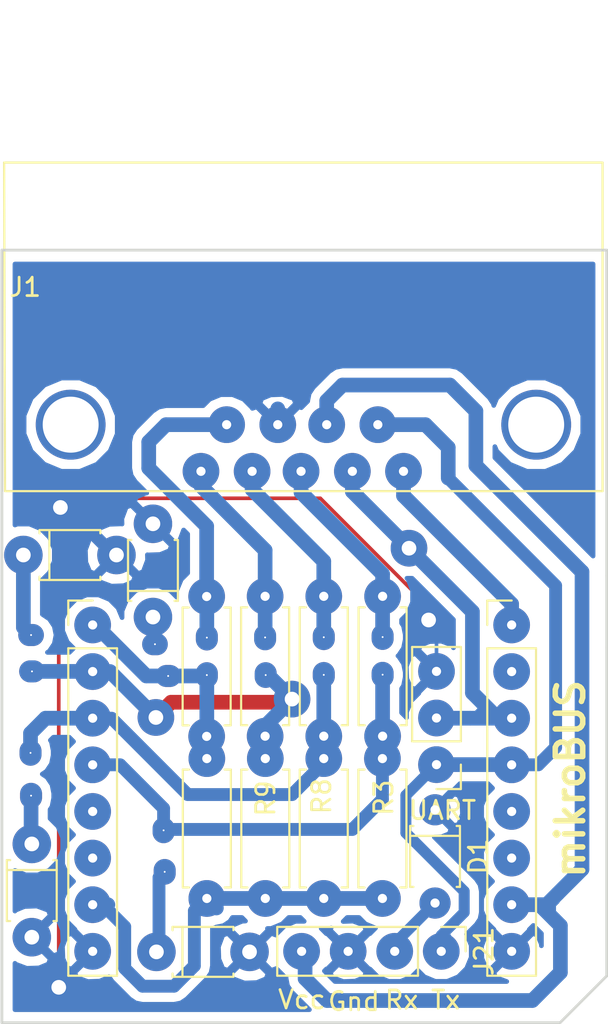
<source format=kicad_pcb>
(kicad_pcb (version 4) (host pcbnew 4.0.7)

  (general
    (links 51)
    (no_connects 2)
    (area 49.804999 111.254999 82.955001 153.495001)
    (thickness 1.6)
    (drawings 15)
    (tracks 167)
    (zones 0)
    (modules 34)
    (nets 24)
  )

  (page A4)
  (layers
    (0 F.Cu signal)
    (31 B.Cu signal)
    (32 B.Adhes user)
    (33 F.Adhes user)
    (34 B.Paste user)
    (35 F.Paste user)
    (36 B.SilkS user)
    (37 F.SilkS user)
    (38 B.Mask user)
    (39 F.Mask user)
    (40 Dwgs.User user)
    (41 Cmts.User user)
    (42 Eco1.User user)
    (43 Eco2.User user)
    (44 Edge.Cuts user)
    (45 Margin user)
    (46 B.CrtYd user)
    (47 F.CrtYd user)
    (48 B.Fab user)
    (49 F.Fab user)
  )

  (setup
    (last_trace_width 0.6)
    (user_trace_width 0.2)
    (user_trace_width 0.27)
    (user_trace_width 0.6)
    (user_trace_width 0.7)
    (user_trace_width 0.8)
    (user_trace_width 1)
    (user_trace_width 1.2)
    (user_trace_width 1.4)
    (trace_clearance 0.254)
    (zone_clearance 0.508)
    (zone_45_only yes)
    (trace_min 0.2)
    (segment_width 0.2)
    (edge_width 0.15)
    (via_size 0.6)
    (via_drill 0.4)
    (via_min_size 0.4)
    (via_min_drill 0.3)
    (user_via 2 0.8)
    (uvia_size 0.3)
    (uvia_drill 0.1)
    (uvias_allowed no)
    (uvia_min_size 0.2)
    (uvia_min_drill 0.1)
    (pcb_text_width 0.3)
    (pcb_text_size 1.5 1.5)
    (mod_edge_width 0.15)
    (mod_text_size 1 1)
    (mod_text_width 0.15)
    (pad_size 1.7 1.7)
    (pad_drill 0.5)
    (pad_to_mask_clearance 0.2)
    (aux_axis_origin 0 0)
    (visible_elements 7FFFFF7F)
    (pcbplotparams
      (layerselection 0x00030_80000001)
      (usegerberextensions false)
      (excludeedgelayer true)
      (linewidth 0.100000)
      (plotframeref false)
      (viasonmask false)
      (mode 1)
      (useauxorigin false)
      (hpglpennumber 1)
      (hpglpenspeed 20)
      (hpglpendiameter 15)
      (hpglpenoverlay 2)
      (psnegative false)
      (psa4output false)
      (plotreference true)
      (plotvalue true)
      (plotinvisibletext false)
      (padsonsilk false)
      (subtractmaskfromsilk false)
      (outputformat 1)
      (mirror false)
      (drillshape 0)
      (scaleselection 1)
      (outputdirectory ""))
  )

  (net 0 "")
  (net 1 /GND)
  (net 2 /RX)
  (net 3 /TX)
  (net 4 /+5V)
  (net 5 "Net-(D2-Pad1)")
  (net 6 "Net-(D3-Pad1)")
  (net 7 "Net-(D4-Pad1)")
  (net 8 "Net-(D5-Pad1)")
  (net 9 /IntY)
  (net 10 /IOY)
  (net 11 /IntX)
  (net 12 /IOX)
  (net 13 /AN)
  (net 14 /RST)
  (net 15 /+3V3)
  (net 16 /MISO)
  (net 17 /MOSI)
  (net 18 /JPULSE)
  (net 19 /CS)
  (net 20 /SCK)
  (net 21 /INT)
  (net 22 /SCL)
  (net 23 /SDA)

  (net_class Default "This is the default net class."
    (clearance 0.254)
    (trace_width 0.25)
    (via_dia 0.6)
    (via_drill 0.4)
    (uvia_dia 0.3)
    (uvia_drill 0.1)
    (add_net /+3V3)
    (add_net /+5V)
    (add_net /AN)
    (add_net /CS)
    (add_net /GND)
    (add_net /INT)
    (add_net /IOX)
    (add_net /IOY)
    (add_net /IntX)
    (add_net /IntY)
    (add_net /JPULSE)
    (add_net /MISO)
    (add_net /MOSI)
    (add_net /RST)
    (add_net /RX)
    (add_net /SCK)
    (add_net /SCL)
    (add_net /SDA)
    (add_net /TX)
    (add_net "Net-(D2-Pad1)")
    (add_net "Net-(D3-Pad1)")
    (add_net "Net-(D4-Pad1)")
    (add_net "Net-(D5-Pad1)")
  )

  (module modFiles:Resistor_small (layer F.Cu) (tedit 5C0B6F24) (tstamp 5BF84BE7)
    (at 61.06 146.65 90)
    (descr "Resistor, Axial_DIN0207 series, Axial, Horizontal, pin pitch=7.62mm, 0.25W = 1/4W, length*diameter=6.3*2.5mm^2, http://cdn-reichelt.de/documents/datenblatt/B400/1_4W%23YAG.pdf")
    (tags "Resistor Axial_DIN0207 series Axial Horizontal pin pitch 7.62mm 0.25W = 1/4W length 6.3mm diameter 2.5mm")
    (path /5BF87FAB)
    (fp_text reference R5 (at 2.0606 -0.5522 90) (layer F.SilkS) hide
      (effects (font (size 1 1) (thickness 0.15)))
    )
    (fp_text value 4K7 (at 2.78 3.25 270) (layer F.Fab)
      (effects (font (size 1 1) (thickness 0.15)))
    )
    (fp_line (start 0.66 -1.25) (end 0.66 1.25) (layer F.Fab) (width 0.1))
    (fp_line (start 0.66 1.25) (end 6.96 1.25) (layer F.Fab) (width 0.1))
    (fp_line (start 6.96 1.25) (end 6.96 -1.25) (layer F.Fab) (width 0.1))
    (fp_line (start 6.96 -1.25) (end 0.66 -1.25) (layer F.Fab) (width 0.1))
    (fp_line (start 0 0) (end 0.66 0) (layer F.Fab) (width 0.1))
    (fp_line (start 7.62 0) (end 6.96 0) (layer F.Fab) (width 0.1))
    (fp_line (start 0.6 -0.98) (end 0.6 -1.31) (layer F.SilkS) (width 0.12))
    (fp_line (start 0.6 -1.31) (end 7.02 -1.31) (layer F.SilkS) (width 0.12))
    (fp_line (start 7.02 -1.31) (end 7.02 -0.98) (layer F.SilkS) (width 0.12))
    (fp_line (start 0.6 0.98) (end 0.6 1.31) (layer F.SilkS) (width 0.12))
    (fp_line (start 0.6 1.31) (end 7.02 1.31) (layer F.SilkS) (width 0.12))
    (fp_line (start 7.02 1.31) (end 7.02 0.98) (layer F.SilkS) (width 0.12))
    (fp_line (start -1.05 -1.6) (end -1.05 1.6) (layer F.CrtYd) (width 0.05))
    (fp_line (start -1.05 1.6) (end 8.7 1.6) (layer F.CrtYd) (width 0.05))
    (fp_line (start 8.7 1.6) (end 8.7 -1.6) (layer F.CrtYd) (width 0.05))
    (fp_line (start 8.7 -1.6) (end -1.05 -1.6) (layer F.CrtYd) (width 0.05))
    (pad 1 thru_hole circle (at 0 0 90) (size 2 2) (drill 0.5) (layers *.Cu *.Mask)
      (net 15 /+3V3))
    (pad 2 thru_hole circle (at 7.62 0 90) (size 2 2) (drill 0.5) (layers *.Cu *.Mask)
      (net 13 /AN))
    (model _3D/Used/R_Axial_DIN0207_L6.3mm_D2.5mm_P7.62mm_Horizontal.wrl
      (at (xyz 0 0 0))
      (scale (xyz 0.393701 0.393701 0.393701))
      (rotate (xyz 0 0 0))
    )
  )

  (module modFiles:Resistor_small (layer F.Cu) (tedit 5C0B6F45) (tstamp 5BF84BFF)
    (at 64.25 146.65 90)
    (descr "Resistor, Axial_DIN0207 series, Axial, Horizontal, pin pitch=7.62mm, 0.25W = 1/4W, length*diameter=6.3*2.5mm^2, http://cdn-reichelt.de/documents/datenblatt/B400/1_4W%23YAG.pdf")
    (tags "Resistor Axial_DIN0207 series Axial Horizontal pin pitch 7.62mm 0.25W = 1/4W length 6.3mm diameter 2.5mm")
    (path /5BF88349)
    (fp_text reference R9 (at 5.45 0.02 90) (layer F.SilkS)
      (effects (font (size 1 1) (thickness 0.15)))
    )
    (fp_text value 4K7 (at 2.86 3.19 90) (layer F.Fab)
      (effects (font (size 1 1) (thickness 0.15)))
    )
    (fp_line (start 0.66 -1.25) (end 0.66 1.25) (layer F.Fab) (width 0.1))
    (fp_line (start 0.66 1.25) (end 6.96 1.25) (layer F.Fab) (width 0.1))
    (fp_line (start 6.96 1.25) (end 6.96 -1.25) (layer F.Fab) (width 0.1))
    (fp_line (start 6.96 -1.25) (end 0.66 -1.25) (layer F.Fab) (width 0.1))
    (fp_line (start 0 0) (end 0.66 0) (layer F.Fab) (width 0.1))
    (fp_line (start 7.62 0) (end 6.96 0) (layer F.Fab) (width 0.1))
    (fp_line (start 0.6 -0.98) (end 0.6 -1.31) (layer F.SilkS) (width 0.12))
    (fp_line (start 0.6 -1.31) (end 7.02 -1.31) (layer F.SilkS) (width 0.12))
    (fp_line (start 7.02 -1.31) (end 7.02 -0.98) (layer F.SilkS) (width 0.12))
    (fp_line (start 0.6 0.98) (end 0.6 1.31) (layer F.SilkS) (width 0.12))
    (fp_line (start 0.6 1.31) (end 7.02 1.31) (layer F.SilkS) (width 0.12))
    (fp_line (start 7.02 1.31) (end 7.02 0.98) (layer F.SilkS) (width 0.12))
    (fp_line (start -1.05 -1.6) (end -1.05 1.6) (layer F.CrtYd) (width 0.05))
    (fp_line (start -1.05 1.6) (end 8.7 1.6) (layer F.CrtYd) (width 0.05))
    (fp_line (start 8.7 1.6) (end 8.7 -1.6) (layer F.CrtYd) (width 0.05))
    (fp_line (start 8.7 -1.6) (end -1.05 -1.6) (layer F.CrtYd) (width 0.05))
    (pad 1 thru_hole circle (at 0 0 90) (size 2 2) (drill 0.5) (layers *.Cu *.Mask)
      (net 15 /+3V3))
    (pad 2 thru_hole circle (at 7.62 0 90) (size 2 2) (drill 0.5) (layers *.Cu *.Mask)
      (net 14 /RST))
    (model _3D/Used/R_Axial_DIN0207_L6.3mm_D2.5mm_P7.62mm_Horizontal.wrl
      (at (xyz 0 0 0))
      (scale (xyz 0.393701 0.393701 0.393701))
      (rotate (xyz 0 0 0))
    )
  )

  (module Diodes_THT:D_T-1_P5.08mm_Horizontal locked (layer F.Cu) (tedit 5BF993B8) (tstamp 5BF95588)
    (at 58.12 131.32 90)
    (descr "D, T-1 series, Axial, Horizontal, pin pitch=5.08mm, , length*diameter=3.2*2.6mm^2, , http://www.diodes.com/_files/packages/T-1.pdf")
    (tags "D T-1 series Axial Horizontal pin pitch 5.08mm  length 3.2mm diameter 2.6mm")
    (path /5BF87C84)
    (fp_text reference D4 (at 2.54 -2.36 90) (layer F.SilkS) hide
      (effects (font (size 1 1) (thickness 0.15)))
    )
    (fp_text value D_Zener (at 2.54 2.36 90) (layer F.Fab) hide
      (effects (font (size 1 1) (thickness 0.15)))
    )
    (fp_text user %R (at 2.54 0 90) (layer F.Fab)
      (effects (font (size 1 1) (thickness 0.15)))
    )
    (fp_line (start 0.94 -1.3) (end 0.94 1.3) (layer F.Fab) (width 0.1))
    (fp_line (start 0.94 1.3) (end 4.14 1.3) (layer F.Fab) (width 0.1))
    (fp_line (start 4.14 1.3) (end 4.14 -1.3) (layer F.Fab) (width 0.1))
    (fp_line (start 4.14 -1.3) (end 0.94 -1.3) (layer F.Fab) (width 0.1))
    (fp_line (start 0 0) (end 0.94 0) (layer F.Fab) (width 0.1))
    (fp_line (start 5.08 0) (end 4.14 0) (layer F.Fab) (width 0.1))
    (fp_line (start 1.42 -1.3) (end 1.42 1.3) (layer F.Fab) (width 0.1))
    (fp_line (start 0.88 -1.18) (end 0.88 -1.36) (layer F.SilkS) (width 0.12))
    (fp_line (start 0.88 -1.36) (end 4.2 -1.36) (layer F.SilkS) (width 0.12))
    (fp_line (start 4.2 -1.36) (end 4.2 -1.18) (layer F.SilkS) (width 0.12))
    (fp_line (start 0.88 1.18) (end 0.88 1.36) (layer F.SilkS) (width 0.12))
    (fp_line (start 0.88 1.36) (end 4.2 1.36) (layer F.SilkS) (width 0.12))
    (fp_line (start 4.2 1.36) (end 4.2 1.18) (layer F.SilkS) (width 0.12))
    (fp_line (start 1.42 -1.36) (end 1.42 1.36) (layer F.SilkS) (width 0.12))
    (fp_line (start -1.25 -1.65) (end -1.25 1.65) (layer F.CrtYd) (width 0.05))
    (fp_line (start -1.25 1.65) (end 6.35 1.65) (layer F.CrtYd) (width 0.05))
    (fp_line (start 6.35 1.65) (end 6.35 -1.65) (layer F.CrtYd) (width 0.05))
    (fp_line (start 6.35 -1.65) (end -1.25 -1.65) (layer F.CrtYd) (width 0.05))
    (pad 1 thru_hole circle (at 0 0 90) (size 2.1 2.1) (drill 0.8) (layers *.Cu *.Mask)
      (net 7 "Net-(D4-Pad1)"))
    (pad 2 thru_hole circle (at 5.08 0 90) (size 2.1 2.1) (drill 0.8) (layers *.Cu *.Mask)
      (net 1 /GND))
    (model ${KISYS3DMOD}/Diodes_THT.3dshapes/D_T-1_P5.08mm_Horizontal.wrl
      (at (xyz 0 0 0))
      (scale (xyz 0.393701 0.393701 0.393701))
      (rotate (xyz 0 0 0))
    )
  )

  (module abc:CONN_PAD (layer F.Cu) (tedit 5BF960D2) (tstamp 5BF960C9)
    (at 70.65 132.41 180)
    (descr "Through hole straight pin header, 1x01, 2.54mm pitch, single row")
    (tags "Through hole pin header THT 1x01 2.54mm single row")
    (path /5BF87C9C)
    (fp_text reference J13 (at 0 -2.33 180) (layer F.SilkS) hide
      (effects (font (size 1 1) (thickness 0.15)))
    )
    (fp_text value Conn_01x01 (at 0 2.33 180) (layer F.Fab) hide
      (effects (font (size 1 1) (thickness 0.15)))
    )
    (pad 1 thru_hole oval (at 0 0 180) (size 1.2 1.4) (drill 0.1) (layers *.Cu *.Mask)
      (net 12 /IOX))
    (model ${KISYS3DMOD}/Pin_Headers.3dshapes/Pin_Header_Straight_1x01_Pitch2.54mm.wrl
      (at (xyz 0 0 0))
      (scale (xyz 1 1 1))
      (rotate (xyz 0 0 0))
    )
  )

  (module Connectors:DB9FC (layer F.Cu) (tedit 5BFABAA8) (tstamp 5BF7A410)
    (at 60.74 123.38)
    (descr "Connecteur DB9 femelle couche")
    (tags "CONN DB9")
    (path /5BF79EC0)
    (fp_text reference J1 (at -9.59 -10.03) (layer F.SilkS)
      (effects (font (size 1 1) (thickness 0.15)))
    )
    (fp_text value DB9_Female (at 4.01 -7.33) (layer F.Fab)
      (effects (font (size 1 1) (thickness 0.15)))
    )
    (fp_line (start -10.74 -16.82) (end -10.69 1.08) (layer F.SilkS) (width 0.12))
    (fp_line (start -10.69 1.08) (end 21.91 1.08) (layer F.SilkS) (width 0.12))
    (fp_line (start 21.91 1.08) (end 21.91 -16.82) (layer F.SilkS) (width 0.12))
    (fp_line (start 21.91 -16.82) (end -10.74 -16.82) (layer F.SilkS) (width 0.12))
    (fp_line (start -10.67 1.02) (end 21.84 1.02) (layer F.Fab) (width 0.1))
    (fp_line (start 21.84 1.02) (end 21.84 -16.76) (layer F.Fab) (width 0.1))
    (fp_line (start 21.84 -16.76) (end -10.67 -16.76) (layer F.Fab) (width 0.1))
    (fp_line (start -10.67 -16.76) (end -10.67 1.02) (layer F.Fab) (width 0.1))
    (fp_line (start -3.56 -16.76) (end -3.56 -9.14) (layer F.Fab) (width 0.1))
    (fp_line (start -3.56 -9.14) (end 14.73 -9.14) (layer F.Fab) (width 0.1))
    (fp_line (start 14.73 -9.14) (end 14.73 -16.76) (layer F.Fab) (width 0.1))
    (fp_line (start -2.03 -16.76) (end -2.03 -25.4) (layer F.Fab) (width 0.1))
    (fp_line (start -2.03 -25.4) (end 13.21 -25.4) (layer F.Fab) (width 0.1))
    (fp_line (start 13.21 -25.4) (end 13.21 -16.76) (layer F.Fab) (width 0.1))
    (fp_line (start -10.92 -25.65) (end 22.09 -25.65) (layer F.CrtYd) (width 0.05))
    (fp_line (start -10.92 -25.65) (end -10.92 1.27) (layer F.CrtYd) (width 0.05))
    (fp_line (start 22.09 1.27) (end 22.09 -25.65) (layer F.CrtYd) (width 0.05))
    (fp_line (start 22.09 1.27) (end -10.92 1.27) (layer F.CrtYd) (width 0.05))
    (pad "" thru_hole circle (at 18.29 -2.54) (size 3.81 3.81) (drill 3.05) (layers *.Cu *.Mask))
    (pad "" thru_hole circle (at -7.11 -2.54) (size 3.81 3.81) (drill 3.05) (layers *.Cu *.Mask))
    (pad 1 thru_hole circle (at 0 0) (size 2 2) (drill 0.5) (layers *.Cu *.Mask)
      (net 9 /IntY))
    (pad 2 thru_hole circle (at 2.79 0) (size 2 2) (drill 0.5) (layers *.Cu *.Mask)
      (net 11 /IntX))
    (pad 3 thru_hole circle (at 5.46 0) (size 2 2) (drill 0.5) (layers *.Cu *.Mask)
      (net 12 /IOX))
    (pad 4 thru_hole circle (at 8.26 0) (size 2 2) (drill 0.5) (layers *.Cu *.Mask)
      (net 2 /RX))
    (pad 5 thru_hole circle (at 11.05 0) (size 2 2) (drill 0.5) (layers *.Cu *.Mask)
      (net 18 /JPULSE))
    (pad 6 thru_hole circle (at 1.4 -2.54) (size 2 2) (drill 0.5) (layers *.Cu *.Mask)
      (net 10 /IOY))
    (pad 7 thru_hole circle (at 4.19 -2.54) (size 2 2) (drill 0.5) (layers *.Cu *.Mask)
      (net 1 /GND))
    (pad 8 thru_hole circle (at 6.86 -2.54) (size 2 2) (drill 0.5) (layers *.Cu *.Mask)
      (net 4 /+5V))
    (pad 9 thru_hole circle (at 9.65 -2.54) (size 2 2) (drill 0.5) (layers *.Cu *.Mask)
      (net 3 /TX))
    (model ${KISYS3DMOD}/Connectors.3dshapes/DB9FC.wrl
      (at (xyz 0.2086614173228347 0.05314960629921261 0))
      (scale (xyz 1 1 1))
      (rotate (xyz 0 0 0))
    )
  )

  (module Pin_Headers:Pin_Header_Straight_1x08_Pitch2.54mm locked (layer F.Cu) (tedit 5BFABABD) (tstamp 5BF7A41C)
    (at 54.83 131.75)
    (descr "Through hole straight pin header, 1x08, 2.54mm pitch, single row")
    (tags "Through hole pin header THT 1x08 2.54mm single row")
    (path /5BF79EE7)
    (fp_text reference J2 (at 0 -2.33) (layer F.SilkS) hide
      (effects (font (size 1 1) (thickness 0.15)))
    )
    (fp_text value Conn_01x08 (at 0 20.11) (layer F.Fab) hide
      (effects (font (size 1 1) (thickness 0.15)))
    )
    (fp_line (start -0.635 -1.27) (end 1.27 -1.27) (layer F.Fab) (width 0.1))
    (fp_line (start 1.27 -1.27) (end 1.27 19.05) (layer F.Fab) (width 0.1))
    (fp_line (start 1.27 19.05) (end -1.27 19.05) (layer F.Fab) (width 0.1))
    (fp_line (start -1.27 19.05) (end -1.27 -0.635) (layer F.Fab) (width 0.1))
    (fp_line (start -1.27 -0.635) (end -0.635 -1.27) (layer F.Fab) (width 0.1))
    (fp_line (start -1.33 19.11) (end 1.33 19.11) (layer F.SilkS) (width 0.12))
    (fp_line (start -1.33 1.27) (end -1.33 19.11) (layer F.SilkS) (width 0.12))
    (fp_line (start 1.33 1.27) (end 1.33 19.11) (layer F.SilkS) (width 0.12))
    (fp_line (start -1.33 1.27) (end 1.33 1.27) (layer F.SilkS) (width 0.12))
    (fp_line (start -1.33 0) (end -1.33 -1.33) (layer F.SilkS) (width 0.12))
    (fp_line (start -1.33 -1.33) (end 0 -1.33) (layer F.SilkS) (width 0.12))
    (fp_line (start -1.8 -1.8) (end -1.8 19.55) (layer F.CrtYd) (width 0.05))
    (fp_line (start -1.8 19.55) (end 1.8 19.55) (layer F.CrtYd) (width 0.05))
    (fp_line (start 1.8 19.55) (end 1.8 -1.8) (layer F.CrtYd) (width 0.05))
    (fp_line (start 1.8 -1.8) (end -1.8 -1.8) (layer F.CrtYd) (width 0.05))
    (fp_text user %R (at 0 8.89 90) (layer F.Fab) hide
      (effects (font (size 1 1) (thickness 0.15)))
    )
    (pad 1 thru_hole circle (at 0 0) (size 2 2) (drill 0.5) (layers *.Cu *.Mask)
      (net 13 /AN))
    (pad 2 thru_hole circle (at 0 2.54) (size 2 2) (drill 0.5) (layers *.Cu *.Mask)
      (net 14 /RST))
    (pad 3 thru_hole circle (at 0 5.08) (size 2 2) (drill 0.5) (layers *.Cu *.Mask)
      (net 19 /CS))
    (pad 4 thru_hole circle (at 0 7.62) (size 2 2) (drill 0.5) (layers *.Cu *.Mask)
      (net 20 /SCK))
    (pad 5 thru_hole circle (at 0 10.16) (size 2 2) (drill 0.5) (layers *.Cu *.Mask)
      (net 16 /MISO))
    (pad 6 thru_hole circle (at 0 12.7) (size 2 2) (drill 0.5) (layers *.Cu *.Mask)
      (net 17 /MOSI))
    (pad 7 thru_hole circle (at 0 15.24) (size 2 2) (drill 0.5) (layers *.Cu *.Mask)
      (net 15 /+3V3))
    (pad 8 thru_hole circle (at 0 17.78) (size 2 2) (drill 0.5) (layers *.Cu *.Mask)
      (net 1 /GND))
    (model ${KISYS3DMOD}/Pin_Headers.3dshapes/Pin_Header_Straight_1x08_Pitch2.54mm.wrl
      (at (xyz 0 0 0))
      (scale (xyz 1 1 1))
      (rotate (xyz 0 0 0))
    )
  )

  (module Pin_Headers:Pin_Header_Straight_1x08_Pitch2.54mm locked (layer F.Cu) (tedit 5BF7B346) (tstamp 5BF7A428)
    (at 77.69 131.75)
    (descr "Through hole straight pin header, 1x08, 2.54mm pitch, single row")
    (tags "Through hole pin header THT 1x08 2.54mm single row")
    (path /5BF79F0A)
    (fp_text reference J3 (at 0 -2.33) (layer F.SilkS) hide
      (effects (font (size 1 1) (thickness 0.15)))
    )
    (fp_text value Conn_01x08 (at 0 20.11) (layer F.Fab) hide
      (effects (font (size 1 1) (thickness 0.15)))
    )
    (fp_line (start -0.635 -1.27) (end 1.27 -1.27) (layer F.Fab) (width 0.1))
    (fp_line (start 1.27 -1.27) (end 1.27 19.05) (layer F.Fab) (width 0.1))
    (fp_line (start 1.27 19.05) (end -1.27 19.05) (layer F.Fab) (width 0.1))
    (fp_line (start -1.27 19.05) (end -1.27 -0.635) (layer F.Fab) (width 0.1))
    (fp_line (start -1.27 -0.635) (end -0.635 -1.27) (layer F.Fab) (width 0.1))
    (fp_line (start -1.33 19.11) (end 1.33 19.11) (layer F.SilkS) (width 0.12))
    (fp_line (start -1.33 1.27) (end -1.33 19.11) (layer F.SilkS) (width 0.12))
    (fp_line (start 1.33 1.27) (end 1.33 19.11) (layer F.SilkS) (width 0.12))
    (fp_line (start -1.33 1.27) (end 1.33 1.27) (layer F.SilkS) (width 0.12))
    (fp_line (start -1.33 0) (end -1.33 -1.33) (layer F.SilkS) (width 0.12))
    (fp_line (start -1.33 -1.33) (end 0 -1.33) (layer F.SilkS) (width 0.12))
    (fp_line (start -1.8 -1.8) (end -1.8 19.55) (layer F.CrtYd) (width 0.05))
    (fp_line (start -1.8 19.55) (end 1.8 19.55) (layer F.CrtYd) (width 0.05))
    (fp_line (start 1.8 19.55) (end 1.8 -1.8) (layer F.CrtYd) (width 0.05))
    (fp_line (start 1.8 -1.8) (end -1.8 -1.8) (layer F.CrtYd) (width 0.05))
    (fp_text user %R (at 0 8.89 90) (layer F.Fab) hide
      (effects (font (size 1 1) (thickness 0.15)))
    )
    (pad 1 thru_hole circle (at 0 0) (size 2 2) (drill 0.5) (layers *.Cu *.Mask)
      (net 18 /JPULSE))
    (pad 2 thru_hole circle (at 0 2.54) (size 2 2) (drill 0.5) (layers *.Cu *.Mask)
      (net 21 /INT))
    (pad 3 thru_hole circle (at 0 5.08) (size 2 2) (drill 0.5) (layers *.Cu *.Mask)
      (net 2 /RX))
    (pad 4 thru_hole circle (at 0 7.62) (size 2 2) (drill 0.5) (layers *.Cu *.Mask)
      (net 3 /TX))
    (pad 5 thru_hole circle (at 0 10.16) (size 2 2) (drill 0.5) (layers *.Cu *.Mask)
      (net 22 /SCL))
    (pad 6 thru_hole circle (at 0 12.7) (size 2 2) (drill 0.5) (layers *.Cu *.Mask)
      (net 23 /SDA))
    (pad 7 thru_hole circle (at 0 15.24) (size 2 2) (drill 0.5) (layers *.Cu *.Mask)
      (net 4 /+5V))
    (pad 8 thru_hole circle (at 0 17.78) (size 2 2) (drill 0.5) (layers *.Cu *.Mask)
      (net 1 /GND))
    (model ${KISYS3DMOD}/Pin_Headers.3dshapes/Pin_Header_Straight_1x08_Pitch2.54mm.wrl
      (at (xyz 0 0 0))
      (scale (xyz 1 1 1))
      (rotate (xyz 0 0 0))
    )
  )

  (module modFiles:Resistor_small (layer F.Cu) (tedit 5BF9964F) (tstamp 5BF84BD5)
    (at 67.44 137.81 90)
    (descr "Resistor, Axial_DIN0207 series, Axial, Horizontal, pin pitch=7.62mm, 0.25W = 1/4W, length*diameter=6.3*2.5mm^2, http://cdn-reichelt.de/documents/datenblatt/B400/1_4W%23YAG.pdf")
    (tags "Resistor Axial_DIN0207 series Axial Horizontal pin pitch 7.62mm 0.25W = 1/4W length 6.3mm diameter 2.5mm")
    (path /5BF867C0)
    (fp_text reference R2 (at 6.132 -0.7404 90) (layer F.SilkS) hide
      (effects (font (size 1 1) (thickness 0.15)))
    )
    (fp_text value 100 (at 2.152 -0.9204 90) (layer F.Fab) hide
      (effects (font (size 1 1) (thickness 0.15)))
    )
    (fp_line (start 0.66 -1.25) (end 0.66 1.25) (layer F.Fab) (width 0.1))
    (fp_line (start 0.66 1.25) (end 6.96 1.25) (layer F.Fab) (width 0.1))
    (fp_line (start 6.96 1.25) (end 6.96 -1.25) (layer F.Fab) (width 0.1))
    (fp_line (start 6.96 -1.25) (end 0.66 -1.25) (layer F.Fab) (width 0.1))
    (fp_line (start 0 0) (end 0.66 0) (layer F.Fab) (width 0.1))
    (fp_line (start 7.62 0) (end 6.96 0) (layer F.Fab) (width 0.1))
    (fp_line (start 0.6 -0.98) (end 0.6 -1.31) (layer F.SilkS) (width 0.12))
    (fp_line (start 0.6 -1.31) (end 7.02 -1.31) (layer F.SilkS) (width 0.12))
    (fp_line (start 7.02 -1.31) (end 7.02 -0.98) (layer F.SilkS) (width 0.12))
    (fp_line (start 0.6 0.98) (end 0.6 1.31) (layer F.SilkS) (width 0.12))
    (fp_line (start 0.6 1.31) (end 7.02 1.31) (layer F.SilkS) (width 0.12))
    (fp_line (start 7.02 1.31) (end 7.02 0.98) (layer F.SilkS) (width 0.12))
    (fp_line (start -1.05 -1.6) (end -1.05 1.6) (layer F.CrtYd) (width 0.05))
    (fp_line (start -1.05 1.6) (end 8.7 1.6) (layer F.CrtYd) (width 0.05))
    (fp_line (start 8.7 1.6) (end 8.7 -1.6) (layer F.CrtYd) (width 0.05))
    (fp_line (start 8.7 -1.6) (end -1.05 -1.6) (layer F.CrtYd) (width 0.05))
    (pad 1 thru_hole circle (at 0 0 90) (size 2 2) (drill 0.5) (layers *.Cu *.Mask)
      (net 19 /CS))
    (pad 2 thru_hole circle (at 7.62 0 90) (size 2 2) (drill 0.5) (layers *.Cu *.Mask)
      (net 11 /IntX))
    (model _3D/Used/R_Axial_DIN0207_L6.3mm_D2.5mm_P7.62mm_Horizontal.wrl
      (at (xyz 0 0 0))
      (scale (xyz 0.393701 0.393701 0.393701))
      (rotate (xyz 0 0 0))
    )
  )

  (module modFiles:Resistor_small (layer F.Cu) (tedit 5C0B6F3F) (tstamp 5BF84BDB)
    (at 70.64 146.65 90)
    (descr "Resistor, Axial_DIN0207 series, Axial, Horizontal, pin pitch=7.62mm, 0.25W = 1/4W, length*diameter=6.3*2.5mm^2, http://cdn-reichelt.de/documents/datenblatt/B400/1_4W%23YAG.pdf")
    (tags "Resistor Axial_DIN0207 series Axial Horizontal pin pitch 7.62mm 0.25W = 1/4W length 6.3mm diameter 2.5mm")
    (path /5BF8476D)
    (fp_text reference R3 (at 5.49 0.07 90) (layer F.SilkS)
      (effects (font (size 1 1) (thickness 0.15)))
    )
    (fp_text value 4K7 (at 3.1106 0.6978 90) (layer F.Fab) hide
      (effects (font (size 1 1) (thickness 0.15)))
    )
    (fp_line (start 0.66 -1.25) (end 0.66 1.25) (layer F.Fab) (width 0.1))
    (fp_line (start 0.66 1.25) (end 6.96 1.25) (layer F.Fab) (width 0.1))
    (fp_line (start 6.96 1.25) (end 6.96 -1.25) (layer F.Fab) (width 0.1))
    (fp_line (start 6.96 -1.25) (end 0.66 -1.25) (layer F.Fab) (width 0.1))
    (fp_line (start 0 0) (end 0.66 0) (layer F.Fab) (width 0.1))
    (fp_line (start 7.62 0) (end 6.96 0) (layer F.Fab) (width 0.1))
    (fp_line (start 0.6 -0.98) (end 0.6 -1.31) (layer F.SilkS) (width 0.12))
    (fp_line (start 0.6 -1.31) (end 7.02 -1.31) (layer F.SilkS) (width 0.12))
    (fp_line (start 7.02 -1.31) (end 7.02 -0.98) (layer F.SilkS) (width 0.12))
    (fp_line (start 0.6 0.98) (end 0.6 1.31) (layer F.SilkS) (width 0.12))
    (fp_line (start 0.6 1.31) (end 7.02 1.31) (layer F.SilkS) (width 0.12))
    (fp_line (start 7.02 1.31) (end 7.02 0.98) (layer F.SilkS) (width 0.12))
    (fp_line (start -1.05 -1.6) (end -1.05 1.6) (layer F.CrtYd) (width 0.05))
    (fp_line (start -1.05 1.6) (end 8.7 1.6) (layer F.CrtYd) (width 0.05))
    (fp_line (start 8.7 1.6) (end 8.7 -1.6) (layer F.CrtYd) (width 0.05))
    (fp_line (start 8.7 -1.6) (end -1.05 -1.6) (layer F.CrtYd) (width 0.05))
    (pad 1 thru_hole circle (at 0 0 90) (size 2 2) (drill 0.5) (layers *.Cu *.Mask)
      (net 15 /+3V3))
    (pad 2 thru_hole circle (at 7.62 0 90) (size 2 2) (drill 0.5) (layers *.Cu *.Mask)
      (net 20 /SCK))
    (model _3D/Used/R_Axial_DIN0207_L6.3mm_D2.5mm_P7.62mm_Horizontal.wrl
      (at (xyz 0 0 0))
      (scale (xyz 0.393701 0.393701 0.393701))
      (rotate (xyz 0 0 0))
    )
  )

  (module modFiles:Resistor_small (layer F.Cu) (tedit 5BF9964D) (tstamp 5BF84BE1)
    (at 64.24 137.81 90)
    (descr "Resistor, Axial_DIN0207 series, Axial, Horizontal, pin pitch=7.62mm, 0.25W = 1/4W, length*diameter=6.3*2.5mm^2, http://cdn-reichelt.de/documents/datenblatt/B400/1_4W%23YAG.pdf")
    (tags "Resistor Axial_DIN0207 series Axial Horizontal pin pitch 7.62mm 0.25W = 1/4W length 6.3mm diameter 2.5mm")
    (path /5BF87FB4)
    (fp_text reference R4 (at 6.152 -0.654 90) (layer F.SilkS) hide
      (effects (font (size 1 1) (thickness 0.15)))
    )
    (fp_text value 100 (at 2.272 0.056 90) (layer F.Fab) hide
      (effects (font (size 1 1) (thickness 0.15)))
    )
    (fp_line (start 0.66 -1.25) (end 0.66 1.25) (layer F.Fab) (width 0.1))
    (fp_line (start 0.66 1.25) (end 6.96 1.25) (layer F.Fab) (width 0.1))
    (fp_line (start 6.96 1.25) (end 6.96 -1.25) (layer F.Fab) (width 0.1))
    (fp_line (start 6.96 -1.25) (end 0.66 -1.25) (layer F.Fab) (width 0.1))
    (fp_line (start 0 0) (end 0.66 0) (layer F.Fab) (width 0.1))
    (fp_line (start 7.62 0) (end 6.96 0) (layer F.Fab) (width 0.1))
    (fp_line (start 0.6 -0.98) (end 0.6 -1.31) (layer F.SilkS) (width 0.12))
    (fp_line (start 0.6 -1.31) (end 7.02 -1.31) (layer F.SilkS) (width 0.12))
    (fp_line (start 7.02 -1.31) (end 7.02 -0.98) (layer F.SilkS) (width 0.12))
    (fp_line (start 0.6 0.98) (end 0.6 1.31) (layer F.SilkS) (width 0.12))
    (fp_line (start 0.6 1.31) (end 7.02 1.31) (layer F.SilkS) (width 0.12))
    (fp_line (start 7.02 1.31) (end 7.02 0.98) (layer F.SilkS) (width 0.12))
    (fp_line (start -1.05 -1.6) (end -1.05 1.6) (layer F.CrtYd) (width 0.05))
    (fp_line (start -1.05 1.6) (end 8.7 1.6) (layer F.CrtYd) (width 0.05))
    (fp_line (start 8.7 1.6) (end 8.7 -1.6) (layer F.CrtYd) (width 0.05))
    (fp_line (start 8.7 -1.6) (end -1.05 -1.6) (layer F.CrtYd) (width 0.05))
    (pad 1 thru_hole circle (at 0 0 90) (size 2 2) (drill 0.5) (layers *.Cu *.Mask)
      (net 14 /RST))
    (pad 2 thru_hole circle (at 7.62 0 90) (size 2 2) (drill 0.5) (layers *.Cu *.Mask)
      (net 9 /IntY))
    (model _3D/Used/R_Axial_DIN0207_L6.3mm_D2.5mm_P7.62mm_Horizontal.wrl
      (at (xyz 0 0 0))
      (scale (xyz 0.393701 0.393701 0.393701))
      (rotate (xyz 0 0 0))
    )
  )

  (module modFiles:Resistor_small (layer F.Cu) (tedit 5C0B6F91) (tstamp 5BF84BED)
    (at 70.65 137.81 90)
    (descr "Resistor, Axial_DIN0207 series, Axial, Horizontal, pin pitch=7.62mm, 0.25W = 1/4W, length*diameter=6.3*2.5mm^2, http://cdn-reichelt.de/documents/datenblatt/B400/1_4W%23YAG.pdf")
    (tags "Resistor Axial_DIN0207 series Axial Horizontal pin pitch 7.62mm 0.25W = 1/4W length 6.3mm diameter 2.5mm")
    (path /5BF87C93)
    (fp_text reference R6 (at 6.222 -0.6568 90) (layer F.SilkS) hide
      (effects (font (size 1 1) (thickness 0.15)))
    )
    (fp_text value 100 (at 9.45 -4.89 180) (layer F.Fab)
      (effects (font (size 1 1) (thickness 0.15)))
    )
    (fp_line (start 0.66 -1.25) (end 0.66 1.25) (layer F.Fab) (width 0.1))
    (fp_line (start 0.66 1.25) (end 6.96 1.25) (layer F.Fab) (width 0.1))
    (fp_line (start 6.96 1.25) (end 6.96 -1.25) (layer F.Fab) (width 0.1))
    (fp_line (start 6.96 -1.25) (end 0.66 -1.25) (layer F.Fab) (width 0.1))
    (fp_line (start 0 0) (end 0.66 0) (layer F.Fab) (width 0.1))
    (fp_line (start 7.62 0) (end 6.96 0) (layer F.Fab) (width 0.1))
    (fp_line (start 0.6 -0.98) (end 0.6 -1.31) (layer F.SilkS) (width 0.12))
    (fp_line (start 0.6 -1.31) (end 7.02 -1.31) (layer F.SilkS) (width 0.12))
    (fp_line (start 7.02 -1.31) (end 7.02 -0.98) (layer F.SilkS) (width 0.12))
    (fp_line (start 0.6 0.98) (end 0.6 1.31) (layer F.SilkS) (width 0.12))
    (fp_line (start 0.6 1.31) (end 7.02 1.31) (layer F.SilkS) (width 0.12))
    (fp_line (start 7.02 1.31) (end 7.02 0.98) (layer F.SilkS) (width 0.12))
    (fp_line (start -1.05 -1.6) (end -1.05 1.6) (layer F.CrtYd) (width 0.05))
    (fp_line (start -1.05 1.6) (end 8.7 1.6) (layer F.CrtYd) (width 0.05))
    (fp_line (start 8.7 1.6) (end 8.7 -1.6) (layer F.CrtYd) (width 0.05))
    (fp_line (start 8.7 -1.6) (end -1.05 -1.6) (layer F.CrtYd) (width 0.05))
    (pad 1 thru_hole circle (at 0 0 90) (size 2 2) (drill 0.5) (layers *.Cu *.Mask)
      (net 20 /SCK))
    (pad 2 thru_hole circle (at 7.62 0 90) (size 2 2) (drill 0.5) (layers *.Cu *.Mask)
      (net 12 /IOX))
    (model _3D/Used/R_Axial_DIN0207_L6.3mm_D2.5mm_P7.62mm_Horizontal.wrl
      (at (xyz 0 0 0))
      (scale (xyz 0.393701 0.393701 0.393701))
      (rotate (xyz 0 0 0))
    )
  )

  (module modFiles:Resistor_small (layer F.Cu) (tedit 5C0B6F77) (tstamp 5BF84BF3)
    (at 61.05 137.82 90)
    (descr "Resistor, Axial_DIN0207 series, Axial, Horizontal, pin pitch=7.62mm, 0.25W = 1/4W, length*diameter=6.3*2.5mm^2, http://cdn-reichelt.de/documents/datenblatt/B400/1_4W%23YAG.pdf")
    (tags "Resistor Axial_DIN0207 series Axial Horizontal pin pitch 7.62mm 0.25W = 1/4W length 6.3mm diameter 2.5mm")
    (path /5BF88352)
    (fp_text reference R7 (at 6.012 0.9224 90) (layer F.SilkS) hide
      (effects (font (size 1 1) (thickness 0.15)))
    )
    (fp_text value 100 (at 1.73 8.1 180) (layer F.Fab)
      (effects (font (size 1 1) (thickness 0.15)))
    )
    (fp_line (start 0.66 -1.25) (end 0.66 1.25) (layer F.Fab) (width 0.1))
    (fp_line (start 0.66 1.25) (end 6.96 1.25) (layer F.Fab) (width 0.1))
    (fp_line (start 6.96 1.25) (end 6.96 -1.25) (layer F.Fab) (width 0.1))
    (fp_line (start 6.96 -1.25) (end 0.66 -1.25) (layer F.Fab) (width 0.1))
    (fp_line (start 0 0) (end 0.66 0) (layer F.Fab) (width 0.1))
    (fp_line (start 7.62 0) (end 6.96 0) (layer F.Fab) (width 0.1))
    (fp_line (start 0.6 -0.98) (end 0.6 -1.31) (layer F.SilkS) (width 0.12))
    (fp_line (start 0.6 -1.31) (end 7.02 -1.31) (layer F.SilkS) (width 0.12))
    (fp_line (start 7.02 -1.31) (end 7.02 -0.98) (layer F.SilkS) (width 0.12))
    (fp_line (start 0.6 0.98) (end 0.6 1.31) (layer F.SilkS) (width 0.12))
    (fp_line (start 0.6 1.31) (end 7.02 1.31) (layer F.SilkS) (width 0.12))
    (fp_line (start 7.02 1.31) (end 7.02 0.98) (layer F.SilkS) (width 0.12))
    (fp_line (start -1.05 -1.6) (end -1.05 1.6) (layer F.CrtYd) (width 0.05))
    (fp_line (start -1.05 1.6) (end 8.7 1.6) (layer F.CrtYd) (width 0.05))
    (fp_line (start 8.7 1.6) (end 8.7 -1.6) (layer F.CrtYd) (width 0.05))
    (fp_line (start 8.7 -1.6) (end -1.05 -1.6) (layer F.CrtYd) (width 0.05))
    (pad 1 thru_hole circle (at 0 0 90) (size 2 2) (drill 0.5) (layers *.Cu *.Mask)
      (net 13 /AN))
    (pad 2 thru_hole circle (at 7.62 0 90) (size 2 2) (drill 0.5) (layers *.Cu *.Mask)
      (net 10 /IOY))
    (model _3D/Used/R_Axial_DIN0207_L6.3mm_D2.5mm_P7.62mm_Horizontal.wrl
      (at (xyz 0 0 0))
      (scale (xyz 0.393701 0.393701 0.393701))
      (rotate (xyz 0 0 0))
    )
  )

  (module modFiles:Resistor_small (layer F.Cu) (tedit 5C0B6F3B) (tstamp 5BF84BF9)
    (at 67.44 146.65 90)
    (descr "Resistor, Axial_DIN0207 series, Axial, Horizontal, pin pitch=7.62mm, 0.25W = 1/4W, length*diameter=6.3*2.5mm^2, http://cdn-reichelt.de/documents/datenblatt/B400/1_4W%23YAG.pdf")
    (tags "Resistor Axial_DIN0207 series Axial Horizontal pin pitch 7.62mm 0.25W = 1/4W length 6.3mm diameter 2.5mm")
    (path /5BF87C8A)
    (fp_text reference R8 (at 5.57 -0.12 90) (layer F.SilkS)
      (effects (font (size 1 1) (thickness 0.15)))
    )
    (fp_text value 4K7 (at 2.48 -6.59 90) (layer F.Fab)
      (effects (font (size 1 0.8) (thickness 0.15)))
    )
    (fp_line (start 0.66 -1.25) (end 0.66 1.25) (layer F.Fab) (width 0.1))
    (fp_line (start 0.66 1.25) (end 6.96 1.25) (layer F.Fab) (width 0.1))
    (fp_line (start 6.96 1.25) (end 6.96 -1.25) (layer F.Fab) (width 0.1))
    (fp_line (start 6.96 -1.25) (end 0.66 -1.25) (layer F.Fab) (width 0.1))
    (fp_line (start 0 0) (end 0.66 0) (layer F.Fab) (width 0.1))
    (fp_line (start 7.62 0) (end 6.96 0) (layer F.Fab) (width 0.1))
    (fp_line (start 0.6 -0.98) (end 0.6 -1.31) (layer F.SilkS) (width 0.12))
    (fp_line (start 0.6 -1.31) (end 7.02 -1.31) (layer F.SilkS) (width 0.12))
    (fp_line (start 7.02 -1.31) (end 7.02 -0.98) (layer F.SilkS) (width 0.12))
    (fp_line (start 0.6 0.98) (end 0.6 1.31) (layer F.SilkS) (width 0.12))
    (fp_line (start 0.6 1.31) (end 7.02 1.31) (layer F.SilkS) (width 0.12))
    (fp_line (start 7.02 1.31) (end 7.02 0.98) (layer F.SilkS) (width 0.12))
    (fp_line (start -1.05 -1.6) (end -1.05 1.6) (layer F.CrtYd) (width 0.05))
    (fp_line (start -1.05 1.6) (end 8.7 1.6) (layer F.CrtYd) (width 0.05))
    (fp_line (start 8.7 1.6) (end 8.7 -1.6) (layer F.CrtYd) (width 0.05))
    (fp_line (start 8.7 -1.6) (end -1.05 -1.6) (layer F.CrtYd) (width 0.05))
    (pad 1 thru_hole circle (at 0 0 90) (size 2 2) (drill 0.5) (layers *.Cu *.Mask)
      (net 15 /+3V3))
    (pad 2 thru_hole circle (at 7.62 0 90) (size 2 2) (drill 0.5) (layers *.Cu *.Mask)
      (net 19 /CS))
    (model _3D/Used/R_Axial_DIN0207_L6.3mm_D2.5mm_P7.62mm_Horizontal.wrl
      (at (xyz 0 0 0))
      (scale (xyz 0.393701 0.393701 0.393701))
      (rotate (xyz 0 0 0))
    )
  )

  (module Diodes_THT:D_T-1_P5.08mm_Horizontal (layer F.Cu) (tedit 5BF993B2) (tstamp 5BF954E2)
    (at 58.31 149.56)
    (descr "D, T-1 series, Axial, Horizontal, pin pitch=5.08mm, , length*diameter=3.2*2.6mm^2, , http://www.diodes.com/_files/packages/T-1.pdf")
    (tags "D T-1 series Axial Horizontal pin pitch 5.08mm  length 3.2mm diameter 2.6mm")
    (path /5BF846F5)
    (fp_text reference D2 (at 2.54 -2.36) (layer F.SilkS) hide
      (effects (font (size 1 1) (thickness 0.15)))
    )
    (fp_text value D_Zener (at 2.54 2.36) (layer F.Fab) hide
      (effects (font (size 1 1) (thickness 0.15)))
    )
    (fp_text user %R (at 2.54 0) (layer F.Fab)
      (effects (font (size 1 1) (thickness 0.15)))
    )
    (fp_line (start 0.94 -1.3) (end 0.94 1.3) (layer F.Fab) (width 0.1))
    (fp_line (start 0.94 1.3) (end 4.14 1.3) (layer F.Fab) (width 0.1))
    (fp_line (start 4.14 1.3) (end 4.14 -1.3) (layer F.Fab) (width 0.1))
    (fp_line (start 4.14 -1.3) (end 0.94 -1.3) (layer F.Fab) (width 0.1))
    (fp_line (start 0 0) (end 0.94 0) (layer F.Fab) (width 0.1))
    (fp_line (start 5.08 0) (end 4.14 0) (layer F.Fab) (width 0.1))
    (fp_line (start 1.42 -1.3) (end 1.42 1.3) (layer F.Fab) (width 0.1))
    (fp_line (start 0.88 -1.18) (end 0.88 -1.36) (layer F.SilkS) (width 0.12))
    (fp_line (start 0.88 -1.36) (end 4.2 -1.36) (layer F.SilkS) (width 0.12))
    (fp_line (start 4.2 -1.36) (end 4.2 -1.18) (layer F.SilkS) (width 0.12))
    (fp_line (start 0.88 1.18) (end 0.88 1.36) (layer F.SilkS) (width 0.12))
    (fp_line (start 0.88 1.36) (end 4.2 1.36) (layer F.SilkS) (width 0.12))
    (fp_line (start 4.2 1.36) (end 4.2 1.18) (layer F.SilkS) (width 0.12))
    (fp_line (start 1.42 -1.36) (end 1.42 1.36) (layer F.SilkS) (width 0.12))
    (fp_line (start -1.25 -1.65) (end -1.25 1.65) (layer F.CrtYd) (width 0.05))
    (fp_line (start -1.25 1.65) (end 6.35 1.65) (layer F.CrtYd) (width 0.05))
    (fp_line (start 6.35 1.65) (end 6.35 -1.65) (layer F.CrtYd) (width 0.05))
    (fp_line (start 6.35 -1.65) (end -1.25 -1.65) (layer F.CrtYd) (width 0.05))
    (pad 1 thru_hole circle (at 0 0) (size 2.1 2.1) (drill 0.8) (layers *.Cu *.Mask)
      (net 5 "Net-(D2-Pad1)"))
    (pad 2 thru_hole circle (at 5.08 0) (size 2.1 2.1) (drill 0.8) (layers *.Cu *.Mask)
      (net 1 /GND))
    (model ${KISYS3DMOD}/Diodes_THT.3dshapes/D_T-1_P5.08mm_Horizontal.wrl
      (at (xyz 0 0 0))
      (scale (xyz 0.393701 0.393701 0.393701))
      (rotate (xyz 0 0 0))
    )
  )

  (module Diodes_THT:D_T-1_P5.08mm_Horizontal (layer F.Cu) (tedit 5BF99474) (tstamp 5BF95583)
    (at 51.51 143.68 270)
    (descr "D, T-1 series, Axial, Horizontal, pin pitch=5.08mm, , length*diameter=3.2*2.6mm^2, , http://www.diodes.com/_files/packages/T-1.pdf")
    (tags "D T-1 series Axial Horizontal pin pitch 5.08mm  length 3.2mm diameter 2.6mm")
    (path /5BF87FA5)
    (fp_text reference D3 (at 2.54 -2.36 270) (layer F.SilkS) hide
      (effects (font (size 1 1) (thickness 0.15)))
    )
    (fp_text value D_Zener (at 2.54 2.36 270) (layer F.Fab) hide
      (effects (font (size 1 1) (thickness 0.15)))
    )
    (fp_text user %R (at 2.54 0 270) (layer F.Fab)
      (effects (font (size 1 1) (thickness 0.15)))
    )
    (fp_line (start 0.94 -1.3) (end 0.94 1.3) (layer F.Fab) (width 0.1))
    (fp_line (start 0.94 1.3) (end 4.14 1.3) (layer F.Fab) (width 0.1))
    (fp_line (start 4.14 1.3) (end 4.14 -1.3) (layer F.Fab) (width 0.1))
    (fp_line (start 4.14 -1.3) (end 0.94 -1.3) (layer F.Fab) (width 0.1))
    (fp_line (start 0 0) (end 0.94 0) (layer F.Fab) (width 0.1))
    (fp_line (start 5.08 0) (end 4.14 0) (layer F.Fab) (width 0.1))
    (fp_line (start 1.42 -1.3) (end 1.42 1.3) (layer F.Fab) (width 0.1))
    (fp_line (start 0.88 -1.18) (end 0.88 -1.36) (layer F.SilkS) (width 0.12))
    (fp_line (start 0.88 -1.36) (end 4.2 -1.36) (layer F.SilkS) (width 0.12))
    (fp_line (start 4.2 -1.36) (end 4.2 -1.18) (layer F.SilkS) (width 0.12))
    (fp_line (start 0.88 1.18) (end 0.88 1.36) (layer F.SilkS) (width 0.12))
    (fp_line (start 0.88 1.36) (end 4.2 1.36) (layer F.SilkS) (width 0.12))
    (fp_line (start 4.2 1.36) (end 4.2 1.18) (layer F.SilkS) (width 0.12))
    (fp_line (start 1.42 -1.36) (end 1.42 1.36) (layer F.SilkS) (width 0.12))
    (fp_line (start -1.25 -1.65) (end -1.25 1.65) (layer F.CrtYd) (width 0.05))
    (fp_line (start -1.25 1.65) (end 6.35 1.65) (layer F.CrtYd) (width 0.05))
    (fp_line (start 6.35 1.65) (end 6.35 -1.65) (layer F.CrtYd) (width 0.05))
    (fp_line (start 6.35 -1.65) (end -1.25 -1.65) (layer F.CrtYd) (width 0.05))
    (pad 1 thru_hole circle (at 0 0 270) (size 2.1 2.1) (drill 0.8) (layers *.Cu *.Mask)
      (net 6 "Net-(D3-Pad1)"))
    (pad 2 thru_hole circle (at 5.08 0 270) (size 2.1 2.1) (drill 0.8) (layers *.Cu *.Mask)
      (net 1 /GND))
    (model ${KISYS3DMOD}/Diodes_THT.3dshapes/D_T-1_P5.08mm_Horizontal.wrl
      (at (xyz 0 0 0))
      (scale (xyz 0.393701 0.393701 0.393701))
      (rotate (xyz 0 0 0))
    )
  )

  (module Diodes_THT:D_T-1_P5.08mm_Horizontal (layer F.Cu) (tedit 5BF993BF) (tstamp 5BF9558D)
    (at 51.05 127.94)
    (descr "D, T-1 series, Axial, Horizontal, pin pitch=5.08mm, , length*diameter=3.2*2.6mm^2, , http://www.diodes.com/_files/packages/T-1.pdf")
    (tags "D T-1 series Axial Horizontal pin pitch 5.08mm  length 3.2mm diameter 2.6mm")
    (path /5BF88343)
    (fp_text reference D5 (at 2.54 -2.36) (layer F.SilkS) hide
      (effects (font (size 1 1) (thickness 0.15)))
    )
    (fp_text value D_Zener (at 2.54 2.36) (layer F.Fab) hide
      (effects (font (size 1 1) (thickness 0.15)))
    )
    (fp_text user %R (at 2.54 0) (layer F.Fab)
      (effects (font (size 1 1) (thickness 0.15)))
    )
    (fp_line (start 0.94 -1.3) (end 0.94 1.3) (layer F.Fab) (width 0.1))
    (fp_line (start 0.94 1.3) (end 4.14 1.3) (layer F.Fab) (width 0.1))
    (fp_line (start 4.14 1.3) (end 4.14 -1.3) (layer F.Fab) (width 0.1))
    (fp_line (start 4.14 -1.3) (end 0.94 -1.3) (layer F.Fab) (width 0.1))
    (fp_line (start 0 0) (end 0.94 0) (layer F.Fab) (width 0.1))
    (fp_line (start 5.08 0) (end 4.14 0) (layer F.Fab) (width 0.1))
    (fp_line (start 1.42 -1.3) (end 1.42 1.3) (layer F.Fab) (width 0.1))
    (fp_line (start 0.88 -1.18) (end 0.88 -1.36) (layer F.SilkS) (width 0.12))
    (fp_line (start 0.88 -1.36) (end 4.2 -1.36) (layer F.SilkS) (width 0.12))
    (fp_line (start 4.2 -1.36) (end 4.2 -1.18) (layer F.SilkS) (width 0.12))
    (fp_line (start 0.88 1.18) (end 0.88 1.36) (layer F.SilkS) (width 0.12))
    (fp_line (start 0.88 1.36) (end 4.2 1.36) (layer F.SilkS) (width 0.12))
    (fp_line (start 4.2 1.36) (end 4.2 1.18) (layer F.SilkS) (width 0.12))
    (fp_line (start 1.42 -1.36) (end 1.42 1.36) (layer F.SilkS) (width 0.12))
    (fp_line (start -1.25 -1.65) (end -1.25 1.65) (layer F.CrtYd) (width 0.05))
    (fp_line (start -1.25 1.65) (end 6.35 1.65) (layer F.CrtYd) (width 0.05))
    (fp_line (start 6.35 1.65) (end 6.35 -1.65) (layer F.CrtYd) (width 0.05))
    (fp_line (start 6.35 -1.65) (end -1.25 -1.65) (layer F.CrtYd) (width 0.05))
    (pad 1 thru_hole circle (at 0 0) (size 2.1 2.1) (drill 0.8) (layers *.Cu *.Mask)
      (net 8 "Net-(D5-Pad1)"))
    (pad 2 thru_hole circle (at 5.08 0) (size 2.1 2.1) (drill 0.8) (layers *.Cu *.Mask)
      (net 1 /GND))
    (model ${KISYS3DMOD}/Diodes_THT.3dshapes/D_T-1_P5.08mm_Horizontal.wrl
      (at (xyz 0 0 0))
      (scale (xyz 0.393701 0.393701 0.393701))
      (rotate (xyz 0 0 0))
    )
  )

  (module abc:CONN_PAD (layer F.Cu) (tedit 5BF9615D) (tstamp 5BF960B1)
    (at 67.44 132.42)
    (descr "Through hole straight pin header, 1x01, 2.54mm pitch, single row")
    (tags "Through hole pin header THT 1x01 2.54mm single row")
    (path /5BF872A4)
    (fp_text reference J5 (at 0 -2.33) (layer F.SilkS) hide
      (effects (font (size 1 1) (thickness 0.15)))
    )
    (fp_text value Conn_01x01 (at 0 2.33) (layer F.Fab) hide
      (effects (font (size 1 1) (thickness 0.15)))
    )
    (pad 1 thru_hole oval (at 0 0) (size 1.2 1.4) (drill 0.1) (layers *.Cu *.Mask)
      (net 11 /IntX))
    (model ${KISYS3DMOD}/Pin_Headers.3dshapes/Pin_Header_Straight_1x01_Pitch2.54mm.wrl
      (at (xyz 0 0 0))
      (scale (xyz 1 1 1))
      (rotate (xyz 0 0 0))
    )
  )

  (module abc:CONN_PAD (layer F.Cu) (tedit 5BF96167) (tstamp 5BF960B5)
    (at 64.24 132.43)
    (descr "Through hole straight pin header, 1x01, 2.54mm pitch, single row")
    (tags "Through hole pin header THT 1x01 2.54mm single row")
    (path /5BF87FBD)
    (fp_text reference J7 (at 0 -2.33) (layer F.SilkS) hide
      (effects (font (size 1 1) (thickness 0.15)))
    )
    (fp_text value Conn_01x01 (at 0 2.33) (layer F.Fab) hide
      (effects (font (size 1 1) (thickness 0.15)))
    )
    (pad 1 thru_hole oval (at 0 0) (size 1.2 1.4) (drill 0.1) (layers *.Cu *.Mask)
      (net 9 /IntY))
    (model ${KISYS3DMOD}/Pin_Headers.3dshapes/Pin_Header_Straight_1x01_Pitch2.54mm.wrl
      (at (xyz 0 0 0))
      (scale (xyz 1 1 1))
      (rotate (xyz 0 0 0))
    )
  )

  (module abc:CONN_PAD (layer F.Cu) (tedit 5BF96192) (tstamp 5BF960B9)
    (at 67.44 134.47)
    (descr "Through hole straight pin header, 1x01, 2.54mm pitch, single row")
    (tags "Through hole pin header THT 1x01 2.54mm single row")
    (path /5BF876AA)
    (fp_text reference J9 (at 0 -2.33) (layer F.SilkS) hide
      (effects (font (size 1 1) (thickness 0.15)))
    )
    (fp_text value Conn_01x01 (at 0 2.33) (layer F.Fab) hide
      (effects (font (size 1 1) (thickness 0.15)))
    )
    (pad 1 thru_hole oval (at 0 0) (size 1.2 1.4) (drill 0.1) (layers *.Cu *.Mask)
      (net 19 /CS))
    (model ${KISYS3DMOD}/Pin_Headers.3dshapes/Pin_Header_Straight_1x01_Pitch2.54mm.wrl
      (at (xyz 0 0 0))
      (scale (xyz 1 1 1))
      (rotate (xyz 0 0 0))
    )
  )

  (module abc:CONN_PAD (layer F.Cu) (tedit 5BF99486) (tstamp 5BF960BD)
    (at 58.76 145.2 180)
    (descr "Through hole straight pin header, 1x01, 2.54mm pitch, single row")
    (tags "Through hole pin header THT 1x01 2.54mm single row")
    (path /5BF8780E)
    (fp_text reference J10 (at 0 -2.33 180) (layer F.SilkS) hide
      (effects (font (size 1 1) (thickness 0.15)))
    )
    (fp_text value Conn_01x01 (at 0 2.33 180) (layer F.Fab) hide
      (effects (font (size 1 1) (thickness 0.15)))
    )
    (pad 1 thru_hole oval (at 0 0 180) (size 1.2 1.4) (drill 0.1) (layers *.Cu *.Mask)
      (net 5 "Net-(D2-Pad1)"))
    (model ${KISYS3DMOD}/Pin_Headers.3dshapes/Pin_Header_Straight_1x01_Pitch2.54mm.wrl
      (at (xyz 0 0 0))
      (scale (xyz 1 1 1))
      (rotate (xyz 0 0 0))
    )
  )

  (module abc:CONN_PAD (layer F.Cu) (tedit 5BF9618F) (tstamp 5BF960C1)
    (at 64.27 134.48)
    (descr "Through hole straight pin header, 1x01, 2.54mm pitch, single row")
    (tags "Through hole pin header THT 1x01 2.54mm single row")
    (path /5BF87FC9)
    (fp_text reference J11 (at 0 -2.33) (layer F.SilkS) hide
      (effects (font (size 1 1) (thickness 0.15)))
    )
    (fp_text value Conn_01x01 (at 0 2.33) (layer F.Fab) hide
      (effects (font (size 1 1) (thickness 0.15)))
    )
    (pad 1 thru_hole oval (at 0 0) (size 1.2 1.4) (drill 0.1) (layers *.Cu *.Mask)
      (net 14 /RST))
    (model ${KISYS3DMOD}/Pin_Headers.3dshapes/Pin_Header_Straight_1x01_Pitch2.54mm.wrl
      (at (xyz 0 0 0))
      (scale (xyz 1 1 1))
      (rotate (xyz 0 0 0))
    )
  )

  (module abc:CONN_PAD (layer F.Cu) (tedit 5BF9947E) (tstamp 5BF960C5)
    (at 51.47 141.05)
    (descr "Through hole straight pin header, 1x01, 2.54mm pitch, single row")
    (tags "Through hole pin header THT 1x01 2.54mm single row")
    (path /5BF87FD0)
    (fp_text reference J12 (at 0 -2.33) (layer F.SilkS) hide
      (effects (font (size 1 1) (thickness 0.15)))
    )
    (fp_text value Conn_01x01 (at 0 2.33) (layer F.Fab) hide
      (effects (font (size 1 1) (thickness 0.15)))
    )
    (pad 1 thru_hole oval (at 0 0) (size 1.2 1.4) (drill 0.1) (layers *.Cu *.Mask)
      (net 6 "Net-(D3-Pad1)"))
    (model ${KISYS3DMOD}/Pin_Headers.3dshapes/Pin_Header_Straight_1x01_Pitch2.54mm.wrl
      (at (xyz 0 0 0))
      (scale (xyz 1 1 1))
      (rotate (xyz 0 0 0))
    )
  )

  (module abc:CONN_PAD (layer F.Cu) (tedit 5BF96188) (tstamp 5BF960CD)
    (at 61.06 132.44 180)
    (descr "Through hole straight pin header, 1x01, 2.54mm pitch, single row")
    (tags "Through hole pin header THT 1x01 2.54mm single row")
    (path /5BF8835B)
    (fp_text reference J14 (at 0 -2.33 180) (layer F.SilkS) hide
      (effects (font (size 1 1) (thickness 0.15)))
    )
    (fp_text value Conn_01x01 (at 0 2.33 180) (layer F.Fab) hide
      (effects (font (size 1 1) (thickness 0.15)))
    )
    (pad 1 thru_hole oval (at 0 0 180) (size 1.2 1.4) (drill 0.1) (layers *.Cu *.Mask)
      (net 10 /IOY))
    (model ${KISYS3DMOD}/Pin_Headers.3dshapes/Pin_Header_Straight_1x01_Pitch2.54mm.wrl
      (at (xyz 0 0 0))
      (scale (xyz 1 1 1))
      (rotate (xyz 0 0 0))
    )
  )

  (module abc:CONN_PAD (layer F.Cu) (tedit 5BF96197) (tstamp 5BF960D1)
    (at 70.65 134.46 180)
    (descr "Through hole straight pin header, 1x01, 2.54mm pitch, single row")
    (tags "Through hole pin header THT 1x01 2.54mm single row")
    (path /5BF87CA8)
    (fp_text reference J17 (at 0 -2.33 180) (layer F.SilkS) hide
      (effects (font (size 1 1) (thickness 0.15)))
    )
    (fp_text value Conn_01x01 (at 0 2.33 180) (layer F.Fab) hide
      (effects (font (size 1 1) (thickness 0.15)))
    )
    (pad 1 thru_hole oval (at 0 0 180) (size 1.2 1.4) (drill 0.1) (layers *.Cu *.Mask)
      (net 20 /SCK))
    (model ${KISYS3DMOD}/Pin_Headers.3dshapes/Pin_Header_Straight_1x01_Pitch2.54mm.wrl
      (at (xyz 0 0 0))
      (scale (xyz 1 1 1))
      (rotate (xyz 0 0 0))
    )
  )

  (module abc:CONN_PAD locked (layer F.Cu) (tedit 5BF99459) (tstamp 5BF960D5)
    (at 58.23 132.8 90)
    (descr "Through hole straight pin header, 1x01, 2.54mm pitch, single row")
    (tags "Through hole pin header THT 1x01 2.54mm single row")
    (path /5BF87CAF)
    (fp_text reference J18 (at 0 -2.33 90) (layer F.SilkS) hide
      (effects (font (size 1 1) (thickness 0.15)))
    )
    (fp_text value Conn_01x01 (at 0 2.33 90) (layer F.Fab) hide
      (effects (font (size 1 1) (thickness 0.15)))
    )
    (pad 1 thru_hole oval (at 0 0 90) (size 1.2 1.4) (drill 0.1) (layers *.Cu *.Mask)
      (net 7 "Net-(D4-Pad1)"))
    (model ${KISYS3DMOD}/Pin_Headers.3dshapes/Pin_Header_Straight_1x01_Pitch2.54mm.wrl
      (at (xyz 0 0 0))
      (scale (xyz 1 1 1))
      (rotate (xyz 0 0 0))
    )
  )

  (module abc:CONN_PAD (layer F.Cu) (tedit 5BF9618C) (tstamp 5BF960D9)
    (at 61.06 134.48)
    (descr "Through hole straight pin header, 1x01, 2.54mm pitch, single row")
    (tags "Through hole pin header THT 1x01 2.54mm single row")
    (path /5BF88367)
    (fp_text reference J19 (at 0 -2.33) (layer F.SilkS) hide
      (effects (font (size 1 1) (thickness 0.15)))
    )
    (fp_text value Conn_01x01 (at 0 2.33) (layer F.Fab) hide
      (effects (font (size 1 1) (thickness 0.15)))
    )
    (pad 1 thru_hole oval (at 0 0) (size 1.2 1.4) (drill 0.1) (layers *.Cu *.Mask)
      (net 13 /AN))
    (model ${KISYS3DMOD}/Pin_Headers.3dshapes/Pin_Header_Straight_1x01_Pitch2.54mm.wrl
      (at (xyz 0 0 0))
      (scale (xyz 1 1 1))
      (rotate (xyz 0 0 0))
    )
  )

  (module abc:CONN_PAD (layer F.Cu) (tedit 5BF9945C) (tstamp 5BF960DD)
    (at 51.47 132.3 90)
    (descr "Through hole straight pin header, 1x01, 2.54mm pitch, single row")
    (tags "Through hole pin header THT 1x01 2.54mm single row")
    (path /5BF8836E)
    (fp_text reference J20 (at 0 -2.33 90) (layer F.SilkS) hide
      (effects (font (size 1 1) (thickness 0.15)))
    )
    (fp_text value Conn_01x01 (at 0 2.33 90) (layer F.Fab) hide
      (effects (font (size 1 1) (thickness 0.15)))
    )
    (pad 1 thru_hole oval (at 0 0 90) (size 1.2 1.4) (drill 0.1) (layers *.Cu *.Mask)
      (net 8 "Net-(D5-Pad1)"))
    (model ${KISYS3DMOD}/Pin_Headers.3dshapes/Pin_Header_Straight_1x01_Pitch2.54mm.wrl
      (at (xyz 0 0 0))
      (scale (xyz 1 1 1))
      (rotate (xyz 0 0 0))
    )
  )

  (module abc:CONN_PAD (layer F.Cu) (tedit 5BF960D2) (tstamp 5BF96A34)
    (at 51.44 138.72)
    (descr "Through hole straight pin header, 1x01, 2.54mm pitch, single row")
    (tags "Through hole pin header THT 1x01 2.54mm single row")
    (path /5BF9A734)
    (fp_text reference J4 (at 0 -2.33) (layer F.SilkS) hide
      (effects (font (size 1 1) (thickness 0.15)))
    )
    (fp_text value Conn_01x01 (at 0 2.33) (layer F.Fab) hide
      (effects (font (size 1 1) (thickness 0.15)))
    )
    (pad 1 thru_hole oval (at 0 0) (size 1.2 1.4) (drill 0.1) (layers *.Cu *.Mask)
      (net 19 /CS))
    (model ${KISYS3DMOD}/Pin_Headers.3dshapes/Pin_Header_Straight_1x01_Pitch2.54mm.wrl
      (at (xyz 0 0 0))
      (scale (xyz 1 1 1))
      (rotate (xyz 0 0 0))
    )
  )

  (module abc:CONN_PAD (layer F.Cu) (tedit 5BF960D2) (tstamp 5BF96A39)
    (at 51.52 134.28 90)
    (descr "Through hole straight pin header, 1x01, 2.54mm pitch, single row")
    (tags "Through hole pin header THT 1x01 2.54mm single row")
    (path /5BF9A63C)
    (fp_text reference J6 (at 0 -2.33 90) (layer F.SilkS) hide
      (effects (font (size 1 1) (thickness 0.15)))
    )
    (fp_text value Conn_01x01 (at 0 2.33 90) (layer F.Fab) hide
      (effects (font (size 1 1) (thickness 0.15)))
    )
    (pad 1 thru_hole oval (at 0 0 90) (size 1.2 1.4) (drill 0.1) (layers *.Cu *.Mask)
      (net 14 /RST))
    (model ${KISYS3DMOD}/Pin_Headers.3dshapes/Pin_Header_Straight_1x01_Pitch2.54mm.wrl
      (at (xyz 0 0 0))
      (scale (xyz 1 1 1))
      (rotate (xyz 0 0 0))
    )
  )

  (module abc:CONN_PAD (layer F.Cu) (tedit 5BF960D2) (tstamp 5BF96A3E)
    (at 58.7 142.94)
    (descr "Through hole straight pin header, 1x01, 2.54mm pitch, single row")
    (tags "Through hole pin header THT 1x01 2.54mm single row")
    (path /5BF9A4F5)
    (fp_text reference J8 (at 0 -2.33) (layer F.SilkS) hide
      (effects (font (size 1 1) (thickness 0.15)))
    )
    (fp_text value Conn_01x01 (at 0 2.33) (layer F.Fab) hide
      (effects (font (size 1 1) (thickness 0.15)))
    )
    (pad 1 thru_hole oval (at 0 0) (size 1.2 1.4) (drill 0.1) (layers *.Cu *.Mask)
      (net 20 /SCK))
    (model ${KISYS3DMOD}/Pin_Headers.3dshapes/Pin_Header_Straight_1x01_Pitch2.54mm.wrl
      (at (xyz 0 0 0))
      (scale (xyz 1 1 1))
      (rotate (xyz 0 0 0))
    )
  )

  (module abc:CONN_PAD locked (layer F.Cu) (tedit 5BF960D2) (tstamp 5BF96A43)
    (at 58.95 134.53 90)
    (descr "Through hole straight pin header, 1x01, 2.54mm pitch, single row")
    (tags "Through hole pin header THT 1x01 2.54mm single row")
    (path /5BF9A6AF)
    (fp_text reference J15 (at 0 -2.33 90) (layer F.SilkS) hide
      (effects (font (size 1 1) (thickness 0.15)))
    )
    (fp_text value Conn_01x01 (at 0 2.33 90) (layer F.Fab) hide
      (effects (font (size 1 1) (thickness 0.15)))
    )
    (pad 1 thru_hole oval (at 0 0 90) (size 1.2 1.4) (drill 0.1) (layers *.Cu *.Mask)
      (net 13 /AN))
    (model ${KISYS3DMOD}/Pin_Headers.3dshapes/Pin_Header_Straight_1x01_Pitch2.54mm.wrl
      (at (xyz 0 0 0))
      (scale (xyz 1 1 1))
      (rotate (xyz 0 0 0))
    )
  )

  (module Pin_Headers:Pin_Header_Straight_1x03_Pitch2.54mm (layer F.Cu) (tedit 5C0B6FEE) (tstamp 5C07C4D7)
    (at 73.59 139.36 180)
    (descr "Through hole straight pin header, 1x03, 2.54mm pitch, single row")
    (tags "Through hole pin header THT 1x03 2.54mm single row")
    (path /5C07CF53)
    (fp_text reference UART (at -0.32 -2.49 180) (layer F.SilkS)
      (effects (font (size 1 1) (thickness 0.15)))
    )
    (fp_text value Conn_01x03 (at 0 7.41 180) (layer F.Fab) hide
      (effects (font (size 1 1) (thickness 0.15)))
    )
    (fp_line (start -0.635 -1.27) (end 1.27 -1.27) (layer F.Fab) (width 0.1))
    (fp_line (start 1.27 -1.27) (end 1.27 6.35) (layer F.Fab) (width 0.1))
    (fp_line (start 1.27 6.35) (end -1.27 6.35) (layer F.Fab) (width 0.1))
    (fp_line (start -1.27 6.35) (end -1.27 -0.635) (layer F.Fab) (width 0.1))
    (fp_line (start -1.27 -0.635) (end -0.635 -1.27) (layer F.Fab) (width 0.1))
    (fp_line (start -1.33 6.41) (end 1.33 6.41) (layer F.SilkS) (width 0.12))
    (fp_line (start -1.33 1.27) (end -1.33 6.41) (layer F.SilkS) (width 0.12))
    (fp_line (start 1.33 1.27) (end 1.33 6.41) (layer F.SilkS) (width 0.12))
    (fp_line (start -1.33 1.27) (end 1.33 1.27) (layer F.SilkS) (width 0.12))
    (fp_line (start -1.33 0) (end -1.33 -1.33) (layer F.SilkS) (width 0.12))
    (fp_line (start -1.33 -1.33) (end 0 -1.33) (layer F.SilkS) (width 0.12))
    (fp_line (start -1.8 -1.8) (end -1.8 6.85) (layer F.CrtYd) (width 0.05))
    (fp_line (start -1.8 6.85) (end 1.8 6.85) (layer F.CrtYd) (width 0.05))
    (fp_line (start 1.8 6.85) (end 1.8 -1.8) (layer F.CrtYd) (width 0.05))
    (fp_line (start 1.8 -1.8) (end -1.8 -1.8) (layer F.CrtYd) (width 0.05))
    (fp_text user %R (at 0 2.54 270) (layer F.Fab) hide
      (effects (font (size 1 1) (thickness 0.15)))
    )
    (pad 1 thru_hole circle (at 0 0 180) (size 2 2) (drill 0.5) (layers *.Cu *.Mask)
      (net 3 /TX))
    (pad 2 thru_hole circle (at 0 2.54 180) (size 2 2) (drill 0.5) (layers *.Cu *.Mask)
      (net 2 /RX))
    (pad 3 thru_hole circle (at 0 5.08 180) (size 2 2) (drill 0.5) (layers *.Cu *.Mask)
      (net 1 /GND))
    (model ${KISYS3DMOD}/Pin_Headers.3dshapes/Pin_Header_Straight_1x03_Pitch2.54mm.wrl
      (at (xyz 0 0 0))
      (scale (xyz 1 1 1))
      (rotate (xyz 0 0 0))
    )
  )

  (module Socket_Strips:Socket_Strip_Straight_1x04_Pitch2.54mm locked (layer F.Cu) (tedit 5C0B6F31) (tstamp 5C07C4DF)
    (at 73.85 149.53 270)
    (descr "Through hole straight socket strip, 1x04, 2.54mm pitch, single row")
    (tags "Through hole socket strip THT 1x04 2.54mm single row")
    (path /5C07D054)
    (fp_text reference J21 (at 0 -2.33 270) (layer F.SilkS)
      (effects (font (size 1 1) (thickness 0.15)))
    )
    (fp_text value Conn_01x04 (at 0 9.95 270) (layer F.Fab) hide
      (effects (font (size 1 1) (thickness 0.15)))
    )
    (fp_line (start -1.27 -1.27) (end -1.27 8.89) (layer F.Fab) (width 0.1))
    (fp_line (start -1.27 8.89) (end 1.27 8.89) (layer F.Fab) (width 0.1))
    (fp_line (start 1.27 8.89) (end 1.27 -1.27) (layer F.Fab) (width 0.1))
    (fp_line (start 1.27 -1.27) (end -1.27 -1.27) (layer F.Fab) (width 0.1))
    (fp_line (start -1.33 1.27) (end -1.33 8.95) (layer F.SilkS) (width 0.12))
    (fp_line (start -1.33 8.95) (end 1.33 8.95) (layer F.SilkS) (width 0.12))
    (fp_line (start 1.33 8.95) (end 1.33 1.27) (layer F.SilkS) (width 0.12))
    (fp_line (start 1.33 1.27) (end -1.33 1.27) (layer F.SilkS) (width 0.12))
    (fp_line (start -1.33 0) (end -1.33 -1.33) (layer F.SilkS) (width 0.12))
    (fp_line (start -1.33 -1.33) (end 0 -1.33) (layer F.SilkS) (width 0.12))
    (fp_line (start -1.8 -1.8) (end -1.8 9.4) (layer F.CrtYd) (width 0.05))
    (fp_line (start -1.8 9.4) (end 1.8 9.4) (layer F.CrtYd) (width 0.05))
    (fp_line (start 1.8 9.4) (end 1.8 -1.8) (layer F.CrtYd) (width 0.05))
    (fp_line (start 1.8 -1.8) (end -1.8 -1.8) (layer F.CrtYd) (width 0.05))
    (fp_text user %R (at 0 -2.33 270) (layer F.Fab)
      (effects (font (size 1 1) (thickness 0.15)))
    )
    (pad 1 thru_hole circle (at 0 0 270) (size 2 2) (drill 0.5) (layers *.Cu *.Mask)
      (net 3 /TX))
    (pad 2 thru_hole circle (at 0 2.54 270) (size 2 2) (drill 0.5) (layers *.Cu *.Mask)
      (net 2 /RX))
    (pad 3 thru_hole circle (at 0 5.08 270) (size 2 2) (drill 0.5) (layers *.Cu *.Mask)
      (net 1 /GND))
    (pad 4 thru_hole circle (at 0 7.62 270) (size 2 2) (drill 0.5) (layers *.Cu *.Mask)
      (net 4 /+5V))
    (model ${KISYS3DMOD}/Socket_Strips.3dshapes/Socket_Strip_Straight_1x04_Pitch2.54mm.wrl
      (at (xyz 0 -0.15 0))
      (scale (xyz 1 1 1))
      (rotate (xyz 0 0 270))
    )
  )

  (module Diodes_THT:D_T-1_P5.08mm_Horizontal (layer F.Cu) (tedit 5C0BC5B1) (tstamp 5C0BC42E)
    (at 73.51 141.82 270)
    (descr "D, T-1 series, Axial, Horizontal, pin pitch=5.08mm, , length*diameter=3.2*2.6mm^2, , http://www.diodes.com/_files/packages/T-1.pdf")
    (tags "D T-1 series Axial Horizontal pin pitch 5.08mm  length 3.2mm diameter 2.6mm")
    (path /5C0BCF5D)
    (fp_text reference D1 (at 2.54 -2.36 270) (layer F.SilkS)
      (effects (font (size 1 1) (thickness 0.15)))
    )
    (fp_text value D_Zener (at 2.54 2.36 270) (layer F.Fab)
      (effects (font (size 1 1) (thickness 0.15)))
    )
    (fp_text user %R (at 2.54 0 270) (layer F.Fab)
      (effects (font (size 1 1) (thickness 0.15)))
    )
    (fp_line (start 0.94 -1.3) (end 0.94 1.3) (layer F.Fab) (width 0.1))
    (fp_line (start 0.94 1.3) (end 4.14 1.3) (layer F.Fab) (width 0.1))
    (fp_line (start 4.14 1.3) (end 4.14 -1.3) (layer F.Fab) (width 0.1))
    (fp_line (start 4.14 -1.3) (end 0.94 -1.3) (layer F.Fab) (width 0.1))
    (fp_line (start 0 0) (end 0.94 0) (layer F.Fab) (width 0.1))
    (fp_line (start 5.08 0) (end 4.14 0) (layer F.Fab) (width 0.1))
    (fp_line (start 1.42 -1.3) (end 1.42 1.3) (layer F.Fab) (width 0.1))
    (fp_line (start 0.88 -1.18) (end 0.88 -1.36) (layer F.SilkS) (width 0.12))
    (fp_line (start 0.88 -1.36) (end 4.2 -1.36) (layer F.SilkS) (width 0.12))
    (fp_line (start 4.2 -1.36) (end 4.2 -1.18) (layer F.SilkS) (width 0.12))
    (fp_line (start 0.88 1.18) (end 0.88 1.36) (layer F.SilkS) (width 0.12))
    (fp_line (start 0.88 1.36) (end 4.2 1.36) (layer F.SilkS) (width 0.12))
    (fp_line (start 4.2 1.36) (end 4.2 1.18) (layer F.SilkS) (width 0.12))
    (fp_line (start 1.42 -1.36) (end 1.42 1.36) (layer F.SilkS) (width 0.12))
    (fp_line (start -1.25 -1.65) (end -1.25 1.65) (layer F.CrtYd) (width 0.05))
    (fp_line (start -1.25 1.65) (end 6.35 1.65) (layer F.CrtYd) (width 0.05))
    (fp_line (start 6.35 1.65) (end 6.35 -1.65) (layer F.CrtYd) (width 0.05))
    (fp_line (start 6.35 -1.65) (end -1.25 -1.65) (layer F.CrtYd) (width 0.05))
    (pad 1 thru_hole circle (at 0 0 270) (size 1.7 1.7) (drill 0.5) (layers *.Cu *.Mask)
      (net 1 /GND))
    (pad 2 thru_hole circle (at 5.08 0 270) (size 1.7 1.7) (drill 0.5) (layers *.Cu *.Mask)
      (net 2 /RX))
    (model ${KISYS3DMOD}/Diodes_THT.3dshapes/D_T-1_P5.08mm_Horizontal.wrl
      (at (xyz 0 0 0))
      (scale (xyz 0.393701 0.393701 0.393701))
      (rotate (xyz 0 0 0))
    )
  )

  (gr_text mikroBUS (at 80.89 140.13 90) (layer F.SilkS)
    (effects (font (size 1.5 1.5) (thickness 0.3)))
  )
  (gr_text Tx (at 74.09 152.18) (layer F.SilkS)
    (effects (font (size 1 1) (thickness 0.15)))
  )
  (gr_text Rx (at 71.69 152.18) (layer F.SilkS)
    (effects (font (size 1 1) (thickness 0.15)))
  )
  (gr_text " Gnd" (at 68.7 152.26) (layer F.SilkS)
    (effects (font (size 1 1) (thickness 0.15)))
  )
  (gr_text Vcc (at 66.24 152.16) (layer F.SilkS)
    (effects (font (size 1 1) (thickness 0.15)))
  )
  (gr_text 4K7 (at 70.52 144.06 90) (layer F.Fab)
    (effects (font (size 1 1) (thickness 0.15)))
  )
  (gr_line (start 49.88 129.08) (end 49.88 132.74) (angle 90) (layer Edge.Cuts) (width 0.15))
  (gr_line (start 49.88 129.08) (end 49.88 111.33) (angle 90) (layer Edge.Cuts) (width 0.15))
  (gr_line (start 49.88 111.33) (end 82.88 111.33) (angle 90) (layer Edge.Cuts) (width 0.15))
  (gr_line (start 82.88 111.33) (end 82.88 129.08) (angle 90) (layer Edge.Cuts) (width 0.15))
  (gr_line (start 82.88 129.08) (end 82.88 132.98) (angle 90) (layer Edge.Cuts) (width 0.15))
  (gr_line (start 82.88 132.98) (end 82.88 150.87) (angle 90) (layer Edge.Cuts) (width 0.15))
  (gr_line (start 82.88 150.87) (end 80.33 153.42) (angle 90) (layer Edge.Cuts) (width 0.15))
  (gr_line (start 80.33 153.42) (end 49.88 153.42) (angle 90) (layer Edge.Cuts) (width 0.15))
  (gr_line (start 49.88 153.42) (end 49.88 132.74) (angle 90) (layer Edge.Cuts) (width 0.15))

  (segment (start 73.16 131.48) (end 73.16 130.76) (width 0.2) (layer F.Cu) (net 1))
  (segment (start 53.57 124.85) (end 53.07 125.35) (width 0.2) (layer F.Cu) (net 1) (tstamp 5C0B6D9B))
  (segment (start 67.25 124.85) (end 53.57 124.85) (width 0.2) (layer F.Cu) (net 1) (tstamp 5C0B6D8C))
  (segment (start 73.16 130.76) (end 67.25 124.85) (width 0.2) (layer F.Cu) (net 1) (tstamp 5C0B6D8B))
  (segment (start 73.59 134.28) (end 73.59 131.91) (width 0.2) (layer B.Cu) (net 1))
  (segment (start 73.59 131.91) (end 73.16 131.48) (width 0.2) (layer B.Cu) (net 1) (tstamp 5C0B6C4E))
  (via (at 73.16 131.48) (size 2) (drill 0.8) (layers F.Cu B.Cu) (net 1))
  (segment (start 73.16 131.48) (end 73.08 131.48) (width 0.2) (layer F.Cu) (net 1) (tstamp 5C0B6C50))
  (segment (start 56.13 127.94) (end 55.66 127.94) (width 0.2) (layer B.Cu) (net 1))
  (segment (start 55.66 127.94) (end 53.07 125.35) (width 0.2) (layer B.Cu) (net 1) (tstamp 5C0B6AE6))
  (via (at 53.07 125.35) (size 2) (drill 0.8) (layers F.Cu B.Cu) (net 1))
  (segment (start 53.07 125.35) (end 52.98 125.44) (width 0.2) (layer F.Cu) (net 1) (tstamp 5C0B6AED))
  (segment (start 52.98 151.49) (end 54.83 149.64) (width 0.2) (layer B.Cu) (net 1) (tstamp 5C0B6AF6))
  (via (at 52.98 151.49) (size 2) (drill 0.8) (layers F.Cu B.Cu) (net 1))
  (segment (start 52.98 125.44) (end 52.98 151.49) (width 0.2) (layer F.Cu) (net 1) (tstamp 5C0B6AEE))
  (segment (start 54.83 149.64) (end 54.83 149.53) (width 0.2) (layer B.Cu) (net 1) (tstamp 5C0B6AF7))
  (segment (start 64.93 120.84) (end 64.93 119.98) (width 0.8) (layer B.Cu) (net 1))
  (segment (start 71.31 149.53) (end 71.31 149.1) (width 0.6) (layer B.Cu) (net 2) (status C00000))
  (segment (start 71.31 149.1) (end 73.51 146.9) (width 0.6) (layer B.Cu) (net 2) (tstamp 5C0BC5C6) (status C00000))
  (segment (start 76.08 135.98) (end 76.08 136.18) (width 0.2) (layer B.Cu) (net 2))
  (segment (start 76.08 136.18) (end 75.43 136.83) (width 0.2) (layer B.Cu) (net 2) (tstamp 5C0B6F2C))
  (segment (start 76.93 136.83) (end 76.08 135.98) (width 0.8) (layer B.Cu) (net 2) (tstamp 5C0B66E4))
  (segment (start 76.08 135.98) (end 75.55 135.45) (width 0.8) (layer B.Cu) (net 2) (tstamp 5C0B6F2A))
  (segment (start 75.55 131.03) (end 72.09 127.57) (width 0.8) (layer B.Cu) (net 2) (tstamp 5C0B66EA))
  (segment (start 75.55 135.45) (end 75.55 131.03) (width 0.8) (layer B.Cu) (net 2) (tstamp 5C0B66E7))
  (segment (start 77.69 136.83) (end 76.93 136.83) (width 0.8) (layer B.Cu) (net 2))
  (segment (start 69 123.38) (end 69 124.48) (width 0.8) (layer B.Cu) (net 2))
  (segment (start 69 124.48) (end 72.09 127.57) (width 0.8) (layer B.Cu) (net 2) (tstamp 5C0B66D0))
  (segment (start 72.09 127.57) (end 72.14 127.57) (width 0.8) (layer F.Cu) (net 2) (tstamp 5C0B66D7))
  (via (at 72.09 127.57) (size 2) (drill 0.8) (layers F.Cu B.Cu) (net 2))
  (segment (start 76.87 136.83) (end 77.69 136.83) (width 0.8) (layer B.Cu) (net 2) (tstamp 5C0B6135))
  (segment (start 77.69 136.83) (end 75.43 136.83) (width 0.8) (layer B.Cu) (net 2))
  (segment (start 75.43 136.83) (end 73.6 136.83) (width 0.8) (layer B.Cu) (net 2) (tstamp 5C0B6F2F))
  (segment (start 73.6 136.83) (end 73.59 136.82) (width 0.8) (layer B.Cu) (net 2) (tstamp 5C0B5F73))
  (segment (start 77.6 136.74) (end 77.69 136.83) (width 0.8) (layer B.Cu) (net 2) (tstamp 5C0B5F02))
  (segment (start 73.85 149.53) (end 73.85 148.66) (width 0.6) (layer B.Cu) (net 3) (status C00000))
  (segment (start 73.85 148.66) (end 75.1 147.41) (width 0.6) (layer B.Cu) (net 3) (tstamp 5C0BC5B7) (status 400000))
  (segment (start 75.1 147.41) (end 75.1 146.26) (width 0.6) (layer B.Cu) (net 3) (tstamp 5C0BC5BA))
  (segment (start 75.1 146.26) (end 71.92 143.08) (width 0.6) (layer B.Cu) (net 3) (tstamp 5C0BC5BC))
  (segment (start 71.92 143.08) (end 71.92 141.03) (width 0.6) (layer B.Cu) (net 3) (tstamp 5C0BC5BE))
  (segment (start 71.92 141.03) (end 73.59 139.36) (width 0.6) (layer B.Cu) (net 3) (tstamp 5C0BC5C0) (status 800000))
  (segment (start 74.04 149.53) (end 74.04 149.01) (width 0.7) (layer B.Cu) (net 3))
  (segment (start 74.23 123.6) (end 74.23 123.75) (width 0.8) (layer B.Cu) (net 3))
  (segment (start 74.23 123.75) (end 80.09 129.61) (width 0.7) (layer B.Cu) (net 3) (tstamp 5C0B69EB))
  (segment (start 80.09 138.42) (end 80.09 129.61) (width 0.7) (layer B.Cu) (net 3) (tstamp 5C0B6721))
  (segment (start 79.14 139.37) (end 80.09 138.42) (width 0.7) (layer B.Cu) (net 3) (tstamp 5C0B6720))
  (segment (start 77.69 139.37) (end 79.14 139.37) (width 0.7) (layer B.Cu) (net 3))
  (segment (start 72.99 120.84) (end 70.39 120.84) (width 0.8) (layer B.Cu) (net 3) (tstamp 5C0B6728))
  (segment (start 74.23 122.08) (end 72.99 120.84) (width 0.8) (layer B.Cu) (net 3) (tstamp 5C0B6727))
  (segment (start 74.23 123.6) (end 74.23 122.08) (width 0.8) (layer B.Cu) (net 3) (tstamp 5C0B69E9))
  (segment (start 74.04 149.53) (end 74.04 148.86) (width 0.8) (layer B.Cu) (net 3))
  (segment (start 73.59 149.08) (end 74.04 149.53) (width 0.8) (layer B.Cu) (net 3) (tstamp 5C0B61A5))
  (segment (start 73.59 139.36) (end 77.68 139.36) (width 0.8) (layer B.Cu) (net 3))
  (segment (start 77.68 139.36) (end 77.69 139.37) (width 0.8) (layer B.Cu) (net 3) (tstamp 5C0B5F78))
  (segment (start 77.6 139.28) (end 77.69 139.37) (width 0.8) (layer B.Cu) (net 3) (tstamp 5C0B5F06))
  (segment (start 80.01 147.79) (end 80.01 147.03) (width 0.2) (layer B.Cu) (net 4))
  (segment (start 80.2 146.84) (end 80.2 146.39) (width 0.2) (layer B.Cu) (net 4) (tstamp 5C0B6F51))
  (segment (start 80.01 147.03) (end 80.2 146.84) (width 0.2) (layer B.Cu) (net 4) (tstamp 5C0B6F4F))
  (segment (start 66.42 149.53) (end 66.42 151.01) (width 0.8) (layer B.Cu) (net 4))
  (segment (start 80.35 148.13) (end 80.01 147.79) (width 0.8) (layer B.Cu) (net 4) (tstamp 5C0B6F44))
  (segment (start 80.01 147.79) (end 79.21 146.99) (width 0.8) (layer B.Cu) (net 4) (tstamp 5C0B6F4D))
  (segment (start 80.35 150.68) (end 80.35 148.13) (width 0.8) (layer B.Cu) (net 4) (tstamp 5C0B6F43))
  (segment (start 78.82 152.21) (end 80.35 150.68) (width 0.8) (layer B.Cu) (net 4) (tstamp 5C0B6F42))
  (segment (start 67.62 152.21) (end 78.82 152.21) (width 0.8) (layer B.Cu) (net 4) (tstamp 5C0B6F41))
  (segment (start 66.42 151.01) (end 67.62 152.21) (width 0.8) (layer B.Cu) (net 4) (tstamp 5C0B6F40))
  (segment (start 77.69 146.99) (end 79.21 146.99) (width 0.8) (layer B.Cu) (net 4))
  (segment (start 79.21 146.99) (end 79.6 146.99) (width 0.8) (layer B.Cu) (net 4) (tstamp 5C0B6F47))
  (segment (start 79.6 146.99) (end 80.2 146.39) (width 0.8) (layer B.Cu) (net 4) (tstamp 5C0B69AF))
  (segment (start 80.2 146.39) (end 81.53 145.06) (width 0.8) (layer B.Cu) (net 4) (tstamp 5C0B6F52))
  (segment (start 67.6 119.54) (end 67.6 120.84) (width 0.8) (layer B.Cu) (net 4) (tstamp 5C0B69C3))
  (segment (start 68.46 118.68) (end 67.6 119.54) (width 0.8) (layer B.Cu) (net 4) (tstamp 5C0B69C0))
  (segment (start 74.32 118.68) (end 68.46 118.68) (width 0.8) (layer B.Cu) (net 4) (tstamp 5C0B69BD))
  (segment (start 75.74 120.1) (end 74.32 118.68) (width 0.8) (layer B.Cu) (net 4) (tstamp 5C0B69BB))
  (segment (start 75.74 123.07) (end 75.74 120.1) (width 0.8) (layer B.Cu) (net 4) (tstamp 5C0B69B7))
  (segment (start 81.53 128.86) (end 75.74 123.07) (width 0.8) (layer B.Cu) (net 4) (tstamp 5C0B69B4))
  (segment (start 81.53 145.06) (end 81.53 128.86) (width 0.8) (layer B.Cu) (net 4) (tstamp 5C0B69B0))
  (segment (start 67.6 120.84) (end 67.6 120.6) (width 0.8) (layer B.Cu) (net 4))
  (segment (start 66.42 149.53) (end 66.42 150.32) (width 0.8) (layer B.Cu) (net 4))
  (segment (start 58.45 149.56) (end 58.45 145.51) (width 0.7) (layer B.Cu) (net 5))
  (segment (start 58.45 145.51) (end 58.76 145.2) (width 0.7) (layer B.Cu) (net 5) (tstamp 5C0B64E3))
  (segment (start 51.47 141.05) (end 51.47 143.64) (width 0.8) (layer B.Cu) (net 6))
  (segment (start 51.47 143.64) (end 51.51 143.68) (width 0.8) (layer B.Cu) (net 6) (tstamp 5C07D24E))
  (segment (start 58.23 132.8) (end 58.23 131.43) (width 0.8) (layer B.Cu) (net 7))
  (segment (start 58.23 131.43) (end 58.12 131.32) (width 0.8) (layer B.Cu) (net 7) (tstamp 5C0B6D24))
  (segment (start 58.23 131.14) (end 58.25 131.12) (width 0.8) (layer B.Cu) (net 7) (tstamp 5C07D258))
  (segment (start 51.05 127.94) (end 51.05 131.88) (width 0.8) (layer B.Cu) (net 8))
  (segment (start 51.05 131.88) (end 51.47 132.3) (width 0.8) (layer B.Cu) (net 8) (tstamp 5C07D255))
  (segment (start 64.24 127.68) (end 64.24 130.19) (width 0.8) (layer B.Cu) (net 9) (tstamp 5C07D2D1))
  (segment (start 60.74 123.38) (end 60.74 124.18) (width 0.8) (layer B.Cu) (net 9))
  (segment (start 60.74 124.18) (end 64.24 127.68) (width 0.8) (layer B.Cu) (net 9) (tstamp 5C07D2D0))
  (segment (start 64.24 130.19) (end 64.24 132.43) (width 0.8) (layer B.Cu) (net 9))
  (segment (start 61.05 126.37) (end 61.05 130.2) (width 0.8) (layer B.Cu) (net 10) (tstamp 5C07D2CD))
  (segment (start 62.14 120.84) (end 58.83 120.84) (width 0.8) (layer B.Cu) (net 10))
  (segment (start 58.83 120.84) (end 57.89 121.78) (width 0.8) (layer B.Cu) (net 10) (tstamp 5C07D2CA))
  (segment (start 57.89 121.78) (end 57.89 123.21) (width 0.8) (layer B.Cu) (net 10) (tstamp 5C07D2CB))
  (segment (start 57.89 123.21) (end 61.05 126.37) (width 0.8) (layer B.Cu) (net 10) (tstamp 5C07D2CC))
  (segment (start 61.06 132.44) (end 61.06 130.21) (width 0.8) (layer B.Cu) (net 10))
  (segment (start 61.06 130.21) (end 61.05 130.2) (width 0.8) (layer B.Cu) (net 10) (tstamp 5C07D25C))
  (segment (start 67.44 128.28) (end 67.44 130.19) (width 0.8) (layer B.Cu) (net 11) (tstamp 5C07D2D5))
  (segment (start 63.53 123.38) (end 63.53 124.37) (width 0.8) (layer B.Cu) (net 11))
  (segment (start 63.53 124.37) (end 67.44 128.28) (width 0.8) (layer B.Cu) (net 11) (tstamp 5C07D2D4))
  (segment (start 67.44 132.42) (end 67.44 130.19) (width 0.8) (layer B.Cu) (net 11))
  (segment (start 70.65 128.98) (end 70.65 130.19) (width 0.8) (layer B.Cu) (net 12) (tstamp 5C07D2D9))
  (segment (start 70.65 132.41) (end 70.65 130.19) (width 0.8) (layer B.Cu) (net 12))
  (segment (start 66.2 124.53) (end 70.65 128.98) (width 0.8) (layer B.Cu) (net 12) (tstamp 5C07D2D8))
  (segment (start 66.2 123.38) (end 66.2 124.53) (width 0.8) (layer B.Cu) (net 12))
  (segment (start 61.06 139.03) (end 61.06 137.83) (width 0.8) (layer B.Cu) (net 13))
  (segment (start 61.06 137.83) (end 61.05 137.82) (width 0.8) (layer B.Cu) (net 13) (tstamp 5C0B6D1B))
  (segment (start 58.95 134.53) (end 61.01 134.53) (width 0.8) (layer B.Cu) (net 13))
  (segment (start 61.06 134.48) (end 61.06 137.81) (width 0.8) (layer B.Cu) (net 13))
  (segment (start 61.06 137.81) (end 61.05 137.82) (width 0.8) (layer B.Cu) (net 13) (tstamp 5C07D1F1))
  (segment (start 61.01 134.53) (end 61.06 134.48) (width 0.8) (layer B.Cu) (net 13) (tstamp 5C07D1EE))
  (segment (start 58.95 134.53) (end 57.76 134.53) (width 0.8) (layer B.Cu) (net 13))
  (segment (start 57.76 134.53) (end 54.98 131.75) (width 0.8) (layer B.Cu) (net 13) (tstamp 5C07D1E3))
  (segment (start 54.98 131.75) (end 54.83 131.75) (width 0.8) (layer B.Cu) (net 13) (tstamp 5C07D1E5))
  (segment (start 64.25 139.03) (end 64.25 137.82) (width 0.8) (layer B.Cu) (net 14))
  (segment (start 64.25 137.82) (end 64.24 137.81) (width 0.8) (layer B.Cu) (net 14) (tstamp 5C0B6D18))
  (segment (start 64.24 137.26) (end 65.71 135.79) (width 0.8) (layer B.Cu) (net 14) (tstamp 5C0B5DF1))
  (segment (start 64.24 137.81) (end 64.24 137.26) (width 0.8) (layer B.Cu) (net 14))
  (segment (start 55.78 134.29) (end 54.83 134.29) (width 0.8) (layer B.Cu) (net 14) (tstamp 5C0B5DDF))
  (segment (start 58.28 136.79) (end 55.78 134.29) (width 0.8) (layer B.Cu) (net 14) (tstamp 5C0B5DDE))
  (via (at 58.28 136.79) (size 2) (drill 0.8) (layers F.Cu B.Cu) (net 14))
  (segment (start 59.11 135.96) (end 58.28 136.79) (width 0.8) (layer F.Cu) (net 14) (tstamp 5C0B5DD5))
  (segment (start 65.54 135.96) (end 59.11 135.96) (width 0.8) (layer F.Cu) (net 14) (tstamp 5C0B5DCD))
  (segment (start 65.71 135.79) (end 65.54 135.96) (width 0.8) (layer F.Cu) (net 14) (tstamp 5C0B5DCC))
  (via (at 65.71 135.79) (size 2) (drill 0.8) (layers F.Cu B.Cu) (net 14))
  (segment (start 64.4 134.48) (end 65.71 135.79) (width 0.8) (layer B.Cu) (net 14) (tstamp 5C0B5DC8))
  (segment (start 64.27 134.48) (end 64.4 134.48) (width 0.8) (layer B.Cu) (net 14))
  (segment (start 51.52 134.28) (end 54.82 134.28) (width 0.8) (layer B.Cu) (net 14))
  (segment (start 54.82 134.28) (end 54.83 134.29) (width 0.8) (layer B.Cu) (net 14) (tstamp 5C07D251))
  (segment (start 64.27 137.78) (end 64.24 137.81) (width 0.8) (layer B.Cu) (net 14) (tstamp 5C07D1F5))
  (segment (start 54.83 146.99) (end 55.38 146.99) (width 0.7) (layer B.Cu) (net 15))
  (segment (start 55.38 146.99) (end 56.58 148.19) (width 0.7) (layer B.Cu) (net 15) (tstamp 5C0B6491))
  (segment (start 60.38 150.32) (end 60.38 147.33) (width 0.7) (layer B.Cu) (net 15) (tstamp 5C0B6499))
  (segment (start 59.27 151.43) (end 60.38 150.32) (width 0.7) (layer B.Cu) (net 15) (tstamp 5C0B6497))
  (segment (start 57.55 151.43) (end 59.27 151.43) (width 0.7) (layer B.Cu) (net 15) (tstamp 5C0B6495))
  (segment (start 56.58 150.46) (end 57.55 151.43) (width 0.7) (layer B.Cu) (net 15) (tstamp 5C0B6494))
  (segment (start 56.58 148.19) (end 56.58 150.46) (width 0.7) (layer B.Cu) (net 15) (tstamp 5C0B6492))
  (segment (start 60.38 147.33) (end 61.06 146.65) (width 0.7) (layer B.Cu) (net 15) (tstamp 5C0B649C))
  (segment (start 55.66 146.99) (end 54.83 146.99) (width 0.8) (layer B.Cu) (net 15) (tstamp 5C0B6421))
  (segment (start 61.58 147.17) (end 61.06 146.65) (width 0.8) (layer B.Cu) (net 15) (tstamp 5C0B63BD))
  (segment (start 64.25 146.65) (end 61.06 146.65) (width 0.8) (layer B.Cu) (net 15))
  (segment (start 67.44 146.65) (end 64.25 146.65) (width 0.8) (layer B.Cu) (net 15))
  (segment (start 70.64 146.65) (end 67.44 146.65) (width 0.8) (layer B.Cu) (net 15))
  (segment (start 71.79 123.38) (end 71.79 124.71) (width 0.8) (layer B.Cu) (net 18))
  (segment (start 77.69 130.61) (end 77.69 131.75) (width 0.8) (layer B.Cu) (net 18) (tstamp 5C0B66F2))
  (segment (start 71.79 124.71) (end 77.69 130.61) (width 0.8) (layer B.Cu) (net 18) (tstamp 5C0B66F1))
  (segment (start 67.44 139.03) (end 67.44 137.81) (width 0.8) (layer B.Cu) (net 19))
  (segment (start 54.83 136.83) (end 55.86 136.83) (width 0.7) (layer B.Cu) (net 19))
  (segment (start 65.71 140.99) (end 67.44 139.26) (width 0.7) (layer B.Cu) (net 19) (tstamp 5C0B6540))
  (segment (start 60.02 140.99) (end 65.71 140.99) (width 0.7) (layer B.Cu) (net 19) (tstamp 5C0B653D))
  (segment (start 55.86 136.83) (end 60.02 140.99) (width 0.7) (layer B.Cu) (net 19) (tstamp 5C0B653B))
  (segment (start 67.44 139.26) (end 67.44 139.03) (width 0.7) (layer B.Cu) (net 19) (tstamp 5C0B6542))
  (segment (start 54.83 136.83) (end 52.26 136.83) (width 0.8) (layer B.Cu) (net 19))
  (segment (start 51.44 137.65) (end 51.44 138.72) (width 0.8) (layer B.Cu) (net 19) (tstamp 5C07D24B))
  (segment (start 52.26 136.83) (end 51.44 137.65) (width 0.8) (layer B.Cu) (net 19) (tstamp 5C07D24A))
  (segment (start 67.44 134.47) (end 67.44 137.81) (width 0.8) (layer B.Cu) (net 19))
  (segment (start 70.64 139.03) (end 70.64 137.82) (width 0.8) (layer B.Cu) (net 20))
  (segment (start 70.64 137.82) (end 70.65 137.81) (width 0.8) (layer B.Cu) (net 20) (tstamp 5C0B6D20))
  (segment (start 70.64 139.03) (end 70.64 141.25) (width 0.7) (layer B.Cu) (net 20))
  (segment (start 69 142.89) (end 59.04 142.89) (width 0.7) (layer B.Cu) (net 20) (tstamp 5C0B6506))
  (segment (start 70.64 141.25) (end 69 142.89) (width 0.7) (layer B.Cu) (net 20) (tstamp 5C0B64FD))
  (segment (start 58.7 142.94) (end 58.7 141.74) (width 0.7) (layer B.Cu) (net 20))
  (segment (start 56.33 139.37) (end 54.83 139.37) (width 0.7) (layer B.Cu) (net 20) (tstamp 5C0B64F1))
  (segment (start 58.7 141.74) (end 56.33 139.37) (width 0.7) (layer B.Cu) (net 20) (tstamp 5C0B64F0))
  (segment (start 54.83 139.37) (end 54.83 139.45) (width 0.8) (layer B.Cu) (net 20))
  (segment (start 70.65 134.46) (end 70.65 137.81) (width 0.8) (layer B.Cu) (net 20))

  (zone (net 1) (net_name /GND) (layer B.Cu) (tstamp 5C0B7544) (hatch edge 0.508)
    (connect_pads (clearance 0.508))
    (min_thickness 0.254)
    (fill yes (arc_segments 16) (thermal_gap 0.508) (thermal_bridge_width 0.508))
    (polygon
      (pts
        (xy 82.26 150.39) (xy 79.56 152.84) (xy 50.45 152.84) (xy 50.45 111.96) (xy 82.26 111.96)
      )
    )
    (filled_polygon
      (pts
        (xy 53.787759 138.100199) (xy 53.444722 138.442637) (xy 53.195284 139.043352) (xy 53.194716 139.693795) (xy 53.443106 140.294943)
        (xy 53.787759 140.640199) (xy 53.444722 140.982637) (xy 53.195284 141.583352) (xy 53.194716 142.233795) (xy 53.443106 142.834943)
        (xy 53.787759 143.180199) (xy 53.444722 143.522637) (xy 53.195284 144.123352) (xy 53.194716 144.773795) (xy 53.443106 145.374943)
        (xy 53.787759 145.720199) (xy 53.444722 146.062637) (xy 53.195284 146.663352) (xy 53.194716 147.313795) (xy 53.443106 147.914943)
        (xy 53.869978 148.342562) (xy 53.857073 148.377468) (xy 54.83 149.350395) (xy 54.844143 149.336253) (xy 55.023748 149.515858)
        (xy 55.009605 149.53) (xy 55.023748 149.544143) (xy 54.844143 149.723748) (xy 54.83 149.709605) (xy 53.857073 150.682532)
        (xy 53.955736 150.949387) (xy 54.565461 151.175908) (xy 55.21546 151.151856) (xy 55.704264 150.949387) (xy 55.718815 150.910031)
        (xy 55.8835 151.1565) (xy 56.8535 152.1265) (xy 57.173057 152.340021) (xy 57.55 152.415) (xy 59.27 152.415)
        (xy 59.646943 152.340021) (xy 59.9665 152.1265) (xy 61.0765 151.0165) (xy 61.255436 150.748703) (xy 62.380902 150.748703)
        (xy 62.485687 151.020745) (xy 63.113526 151.255619) (xy 63.783456 151.232349) (xy 64.294313 151.020745) (xy 64.399098 150.748703)
        (xy 63.39 149.739605) (xy 62.380902 150.748703) (xy 61.255436 150.748703) (xy 61.290021 150.696943) (xy 61.365 150.32)
        (xy 61.365 149.283526) (xy 61.694381 149.283526) (xy 61.717651 149.953456) (xy 61.929255 150.464313) (xy 62.201297 150.569098)
        (xy 63.210395 149.56) (xy 62.201297 148.550902) (xy 61.929255 148.655687) (xy 61.694381 149.283526) (xy 61.365 149.283526)
        (xy 61.365 148.285268) (xy 61.383795 148.285284) (xy 61.578713 148.204745) (xy 61.58 148.205001) (xy 61.976077 148.126215)
        (xy 62.311855 147.901855) (xy 62.456753 147.685) (xy 62.972971 147.685) (xy 63.169278 147.881651) (xy 62.996544 147.887651)
        (xy 62.485687 148.099255) (xy 62.380902 148.371297) (xy 63.39 149.380395) (xy 64.399098 148.371297) (xy 64.365898 148.285102)
        (xy 64.573795 148.285284) (xy 65.174943 148.036894) (xy 65.527453 147.685) (xy 66.162971 147.685) (xy 66.372727 147.895123)
        (xy 65.906205 147.894716) (xy 65.305057 148.143106) (xy 64.844722 148.602637) (xy 64.826562 148.646372) (xy 64.578703 148.550902)
        (xy 63.569605 149.56) (xy 64.578703 150.569098) (xy 64.850745 150.464313) (xy 64.851212 150.463064) (xy 65.302637 150.915278)
        (xy 65.385 150.949478) (xy 65.385 151.009995) (xy 65.384999 151.01) (xy 65.463785 151.406077) (xy 65.688144 151.741856)
        (xy 66.656289 152.71) (xy 50.59 152.71) (xy 50.59 150.180019) (xy 50.605687 150.220745) (xy 51.233526 150.455619)
        (xy 51.903456 150.432349) (xy 52.414313 150.220745) (xy 52.519098 149.948703) (xy 51.51 148.939605) (xy 51.495858 148.953748)
        (xy 51.316253 148.774143) (xy 51.330395 148.76) (xy 51.689605 148.76) (xy 52.698703 149.769098) (xy 52.970745 149.664313)
        (xy 53.119955 149.265461) (xy 53.184092 149.265461) (xy 53.208144 149.91546) (xy 53.410613 150.404264) (xy 53.677468 150.502927)
        (xy 54.650395 149.53) (xy 53.677468 148.557073) (xy 53.410613 148.655736) (xy 53.184092 149.265461) (xy 53.119955 149.265461)
        (xy 53.205619 149.036474) (xy 53.182349 148.366544) (xy 52.970745 147.855687) (xy 52.698703 147.750902) (xy 51.689605 148.76)
        (xy 51.330395 148.76) (xy 51.316253 148.745858) (xy 51.495858 148.566253) (xy 51.51 148.580395) (xy 52.519098 147.571297)
        (xy 52.414313 147.299255) (xy 51.786474 147.064381) (xy 51.116544 147.087651) (xy 50.605687 147.299255) (xy 50.59 147.339981)
        (xy 50.59 145.122473) (xy 51.173362 145.364707) (xy 51.843697 145.365292) (xy 52.463229 145.109306) (xy 52.93764 144.635722)
        (xy 53.194707 144.016638) (xy 53.195292 143.346303) (xy 52.939306 142.726771) (xy 52.505 142.291707) (xy 52.505 141.807395)
        (xy 52.610991 141.648768) (xy 52.705 141.176154) (xy 52.705 140.923846) (xy 52.610991 140.451232) (xy 52.343277 140.050569)
        (xy 52.080485 139.874977) (xy 52.313277 139.719431) (xy 52.580991 139.318768) (xy 52.675 138.846154) (xy 52.675 138.593846)
        (xy 52.580991 138.121232) (xy 52.521506 138.032206) (xy 52.688711 137.865) (xy 53.552971 137.865)
      )
    )
    (filled_polygon
      (pts
        (xy 76.647759 140.640199) (xy 76.304722 140.982637) (xy 76.055284 141.583352) (xy 76.054716 142.233795) (xy 76.303106 142.834943)
        (xy 76.647759 143.180199) (xy 76.304722 143.522637) (xy 76.055284 144.123352) (xy 76.054716 144.773795) (xy 76.303106 145.374943)
        (xy 76.647759 145.720199) (xy 76.304722 146.062637) (xy 76.055284 146.663352) (xy 76.054716 147.313795) (xy 76.303106 147.914943)
        (xy 76.729978 148.342562) (xy 76.717073 148.377468) (xy 77.69 149.350395) (xy 78.662927 148.377468) (xy 78.649836 148.342062)
        (xy 78.874289 148.118001) (xy 79.278142 148.521853) (xy 79.278144 148.521856) (xy 79.315 148.558712) (xy 79.315 149.229506)
        (xy 79.311856 149.14454) (xy 79.109387 148.655736) (xy 78.842532 148.557073) (xy 77.869605 149.53) (xy 77.883748 149.544143)
        (xy 77.704143 149.723748) (xy 77.69 149.709605) (xy 76.717073 150.682532) (xy 76.815736 150.949387) (xy 77.423017 151.175)
        (xy 68.529999 151.175) (xy 69.15546 151.151856) (xy 69.644264 150.949387) (xy 69.742927 150.682532) (xy 68.77 149.709605)
        (xy 67.797073 150.682532) (xy 67.895736 150.949387) (xy 68.503017 151.175) (xy 68.048711 151.175) (xy 67.473052 150.59934)
        (xy 67.582562 150.490022) (xy 67.617468 150.502927) (xy 68.590395 149.53) (xy 67.617468 148.557073) (xy 67.582062 148.570164)
        (xy 67.297273 148.284877) (xy 67.763795 148.285284) (xy 67.843302 148.252432) (xy 67.797073 148.377468) (xy 68.77 149.350395)
        (xy 69.742927 148.377468) (xy 69.644264 148.110613) (xy 69.034539 147.884092) (xy 68.498129 147.903941) (xy 68.717453 147.685)
        (xy 69.362971 147.685) (xy 69.712637 148.035278) (xy 70.263808 148.264143) (xy 69.957438 148.569978) (xy 69.922532 148.557073)
        (xy 68.949605 149.53) (xy 69.922532 150.502927) (xy 69.957938 150.489836) (xy 70.382637 150.915278) (xy 70.983352 151.164716)
        (xy 71.633795 151.165284) (xy 72.234943 150.916894) (xy 72.580199 150.572241) (xy 72.922637 150.915278) (xy 73.523352 151.164716)
        (xy 74.173795 151.165284) (xy 74.774943 150.916894) (xy 75.235278 150.457363) (xy 75.484716 149.856648) (xy 75.485232 149.265461)
        (xy 76.044092 149.265461) (xy 76.068144 149.91546) (xy 76.270613 150.404264) (xy 76.537468 150.502927) (xy 77.510395 149.53)
        (xy 76.537468 148.557073) (xy 76.270613 148.655736) (xy 76.044092 149.265461) (xy 75.485232 149.265461) (xy 75.485284 149.206205)
        (xy 75.236894 148.605057) (xy 75.232068 148.600222) (xy 75.761145 148.071145) (xy 75.963827 147.767809) (xy 76.035 147.41)
        (xy 76.035 146.26) (xy 75.963827 145.902191) (xy 75.761145 145.598855) (xy 73.470541 143.308251) (xy 73.871458 143.290315)
        (xy 74.29408 143.115259) (xy 74.374353 142.863958) (xy 73.51 141.999605) (xy 73.495858 142.013748) (xy 73.316253 141.834143)
        (xy 73.330395 141.82) (xy 73.689605 141.82) (xy 74.553958 142.684353) (xy 74.805259 142.60408) (xy 75.006718 142.048721)
        (xy 74.980315 141.458542) (xy 74.805259 141.03592) (xy 74.553958 140.955647) (xy 73.689605 141.82) (xy 73.330395 141.82)
        (xy 73.316253 141.805858) (xy 73.495858 141.626253) (xy 73.51 141.640395) (xy 74.325031 140.825364) (xy 74.514943 140.746894)
        (xy 74.867453 140.395) (xy 76.402988 140.395)
      )
    )
    (filled_polygon
      (pts
        (xy 72.261439 129.205151) (xy 74.515 131.458711) (xy 74.515 132.997839) (xy 74.464264 132.860613) (xy 73.854539 132.634092)
        (xy 73.20454 132.658144) (xy 72.715736 132.860613) (xy 72.617073 133.127468) (xy 73.59 134.100395) (xy 73.604143 134.086253)
        (xy 73.783748 134.265858) (xy 73.769605 134.28) (xy 73.783748 134.294143) (xy 73.604143 134.473748) (xy 73.59 134.459605)
        (xy 72.617073 135.432532) (xy 72.630164 135.467938) (xy 72.204722 135.892637) (xy 71.955284 136.493352) (xy 71.955014 136.803033)
        (xy 71.685 136.532547) (xy 71.685 135.217395) (xy 71.790991 135.058768) (xy 71.885 134.586154) (xy 71.885 134.333846)
        (xy 71.82167 134.015461) (xy 71.944092 134.015461) (xy 71.968144 134.66546) (xy 72.170613 135.154264) (xy 72.437468 135.252927)
        (xy 73.410395 134.28) (xy 72.437468 133.307073) (xy 72.170613 133.405736) (xy 71.944092 134.015461) (xy 71.82167 134.015461)
        (xy 71.790991 133.861232) (xy 71.523277 133.460569) (xy 71.48501 133.435) (xy 71.523277 133.409431) (xy 71.790991 133.008768)
        (xy 71.885 132.536154) (xy 71.885 132.283846) (xy 71.790991 131.811232) (xy 71.685 131.652605) (xy 71.685 131.467029)
        (xy 72.035278 131.117363) (xy 72.284716 130.516648) (xy 72.285284 129.866205) (xy 72.036894 129.265057) (xy 71.976844 129.204902)
      )
    )
    (filled_polygon
      (pts
        (xy 82.133 127.999289) (xy 76.775 122.641288) (xy 76.775 122.033839) (xy 76.875437 122.276915) (xy 77.589327 122.992052)
        (xy 78.522546 123.379559) (xy 79.533021 123.38044) (xy 80.466915 122.994563) (xy 81.182052 122.280673) (xy 81.569559 121.347454)
        (xy 81.57044 120.336979) (xy 81.184563 119.403085) (xy 80.470673 118.687948) (xy 79.537454 118.300441) (xy 78.526979 118.29956)
        (xy 77.593085 118.685437) (xy 76.877948 119.399327) (xy 76.714111 119.79389) (xy 76.696215 119.703922) (xy 76.506914 119.420613)
        (xy 76.471856 119.368144) (xy 76.471853 119.368142) (xy 75.051856 117.948144) (xy 74.716077 117.723785) (xy 74.32 117.644999)
        (xy 74.319995 117.645) (xy 68.460005 117.645) (xy 68.46 117.644999) (xy 68.063923 117.723785) (xy 67.728144 117.948144)
        (xy 67.728142 117.948147) (xy 66.868144 118.808144) (xy 66.643785 119.143923) (xy 66.564999 119.54) (xy 66.565 119.540005)
        (xy 66.565 119.562971) (xy 66.214722 119.912637) (xy 66.213531 119.915506) (xy 66.082532 119.867073) (xy 65.109605 120.84)
        (xy 65.123748 120.854143) (xy 64.944143 121.033748) (xy 64.93 121.019605) (xy 64.915858 121.033748) (xy 64.736253 120.854143)
        (xy 64.750395 120.84) (xy 63.777468 119.867073) (xy 63.542902 119.953798) (xy 63.526894 119.915057) (xy 63.299703 119.687468)
        (xy 63.957073 119.687468) (xy 64.93 120.660395) (xy 65.902927 119.687468) (xy 65.804264 119.420613) (xy 65.194539 119.194092)
        (xy 64.54454 119.218144) (xy 64.055736 119.420613) (xy 63.957073 119.687468) (xy 63.299703 119.687468) (xy 63.067363 119.454722)
        (xy 62.466648 119.205284) (xy 61.816205 119.204716) (xy 61.215057 119.453106) (xy 60.862547 119.805) (xy 58.830005 119.805)
        (xy 58.83 119.804999) (xy 58.433923 119.883785) (xy 58.098144 120.108144) (xy 58.098142 120.108147) (xy 57.158144 121.048144)
        (xy 56.933785 121.383923) (xy 56.854999 121.78) (xy 56.855 121.780005) (xy 56.855 123.209995) (xy 56.854999 123.21)
        (xy 56.933785 123.606077) (xy 57.158144 123.941856) (xy 57.782013 124.565724) (xy 57.726544 124.567651) (xy 57.215687 124.779255)
        (xy 57.110902 125.051297) (xy 58.12 126.060395) (xy 58.134143 126.046253) (xy 58.313748 126.225858) (xy 58.299605 126.24)
        (xy 59.308703 127.249098) (xy 59.580745 127.144313) (xy 59.793061 126.576773) (xy 60.015 126.798711) (xy 60.015 128.922971)
        (xy 59.664722 129.272637) (xy 59.415284 129.873352) (xy 59.414971 130.232201) (xy 59.075722 129.89236) (xy 58.456638 129.635293)
        (xy 57.786303 129.634708) (xy 57.166771 129.890694) (xy 56.69236 130.364278) (xy 56.435293 130.983362) (xy 56.434971 131.352841)
        (xy 56.216894 130.825057) (xy 55.757363 130.364722) (xy 55.156648 130.115284) (xy 54.506205 130.114716) (xy 53.905057 130.363106)
        (xy 53.444722 130.822637) (xy 53.195284 131.423352) (xy 53.194716 132.073795) (xy 53.443106 132.674943) (xy 53.787759 133.020199)
        (xy 53.562565 133.245) (xy 52.36209 133.245) (xy 52.469431 133.173277) (xy 52.737145 132.772614) (xy 52.831154 132.3)
        (xy 52.737145 131.827386) (xy 52.469431 131.426723) (xy 52.085 131.169855) (xy 52.085 129.287678) (xy 52.244252 129.128703)
        (xy 55.120902 129.128703) (xy 55.225687 129.400745) (xy 55.853526 129.635619) (xy 56.523456 129.612349) (xy 57.034313 129.400745)
        (xy 57.139098 129.128703) (xy 56.13 128.119605) (xy 55.120902 129.128703) (xy 52.244252 129.128703) (xy 52.47764 128.895722)
        (xy 52.734707 128.276638) (xy 52.735242 127.663526) (xy 54.434381 127.663526) (xy 54.457651 128.333456) (xy 54.669255 128.844313)
        (xy 54.941297 128.949098) (xy 55.950395 127.94) (xy 54.941297 126.930902) (xy 54.669255 127.035687) (xy 54.434381 127.663526)
        (xy 52.735242 127.663526) (xy 52.735292 127.606303) (xy 52.479306 126.986771) (xy 52.244243 126.751297) (xy 55.120902 126.751297)
        (xy 56.13 127.760395) (xy 56.144143 127.746253) (xy 56.323748 127.925858) (xy 56.309605 127.94) (xy 57.318703 128.949098)
        (xy 57.590745 128.844313) (xy 57.825619 128.216474) (xy 57.815499 127.925134) (xy 57.843526 127.935619) (xy 58.513456 127.912349)
        (xy 59.024313 127.700745) (xy 59.129098 127.428703) (xy 58.12 126.419605) (xy 58.105858 126.433748) (xy 57.926253 126.254143)
        (xy 57.940395 126.24) (xy 56.931297 125.230902) (xy 56.659255 125.335687) (xy 56.424381 125.963526) (xy 56.434501 126.254866)
        (xy 56.406474 126.244381) (xy 55.736544 126.267651) (xy 55.225687 126.479255) (xy 55.120902 126.751297) (xy 52.244243 126.751297)
        (xy 52.005722 126.51236) (xy 51.386638 126.255293) (xy 50.716303 126.254708) (xy 50.59 126.306895) (xy 50.59 121.343021)
        (xy 51.08956 121.343021) (xy 51.475437 122.276915) (xy 52.189327 122.992052) (xy 53.122546 123.379559) (xy 54.133021 123.38044)
        (xy 55.066915 122.994563) (xy 55.782052 122.280673) (xy 56.169559 121.347454) (xy 56.17044 120.336979) (xy 55.784563 119.403085)
        (xy 55.070673 118.687948) (xy 54.137454 118.300441) (xy 53.126979 118.29956) (xy 52.193085 118.685437) (xy 51.477948 119.399327)
        (xy 51.090441 120.332546) (xy 51.08956 121.343021) (xy 50.59 121.343021) (xy 50.59 112.087) (xy 82.133 112.087)
      )
    )
  )
)

</source>
